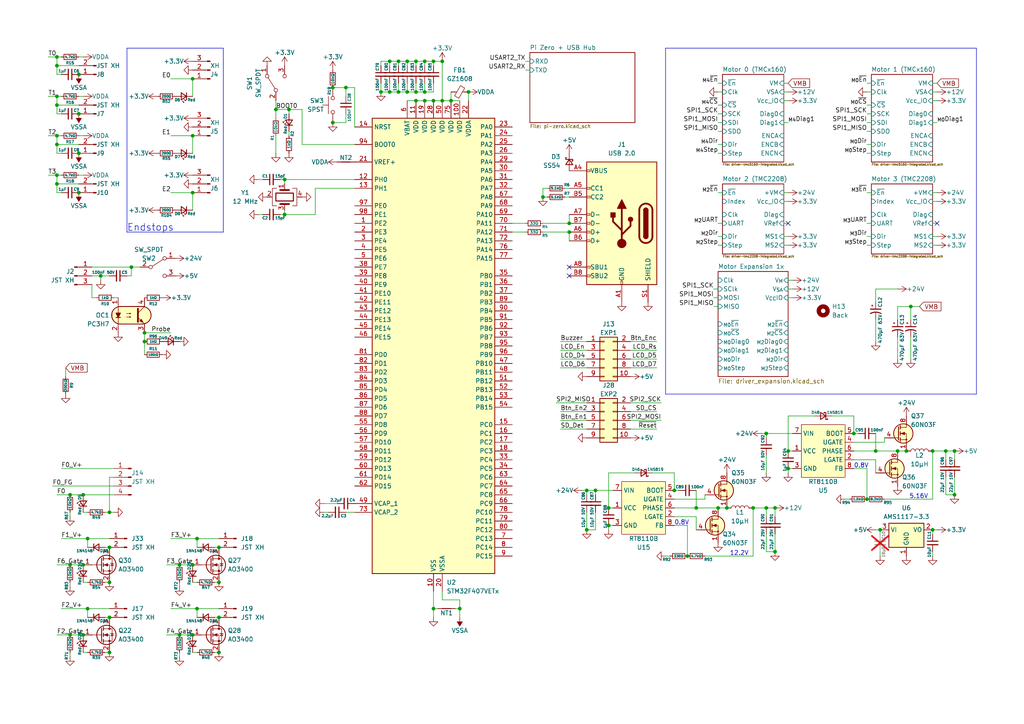
<source format=kicad_sch>
(kicad_sch (version 20230121) (generator eeschema)
  (paper "A4")
  (junction (at 125.73 176.53))
  (junction (at 113.03 26.67))
  (junction (at 129.54 229.87))
  (junction (at 20.32 163.83))
  (junction (at 118.11 17.78))
  (junction (at 228.6 130.81))
  (junction (at 128.27 29.21))
  (junction (at 224.79 147.32))
  (junction (at 31.75 168.91))
  (junction (at 165.1 67.31))
  (junction (at 57.15 176.53))
  (junction (at 16.51 19.05))
  (junction (at 276.86 130.81))
  (junction (at 16.51 30.48))
  (junction (at 63.5 168.91))
  (junction (at 270.51 130.81))
  (junction (at 52.07 163.83))
  (junction (at 120.65 26.67))
  (junction (at 208.28 147.32))
  (junction (at 125.73 29.21))
  (junction (at 222.25 125.73))
  (junction (at 128.27 17.78))
  (junction (at 41.91 99.06))
  (junction (at 55.88 55.88))
  (junction (at 29.21 80.01))
  (junction (at 102.87 236.22))
  (junction (at 31.75 148.59))
  (junction (at 118.11 26.67))
  (junction (at 16.51 50.8))
  (junction (at 22.86 44.45))
  (junction (at 276.86 143.51))
  (junction (at 82.55 62.23))
  (junction (at 115.57 17.78))
  (junction (at 110.49 26.67))
  (junction (at 113.03 17.78))
  (junction (at 247.65 125.73))
  (junction (at 210.82 147.32))
  (junction (at 24.13 184.15))
  (junction (at 16.51 27.94))
  (junction (at 135.89 26.67))
  (junction (at 123.19 17.78))
  (junction (at 20.32 184.15))
  (junction (at 123.19 26.67))
  (junction (at 22.86 21.59))
  (junction (at 201.93 147.32))
  (junction (at 55.88 39.37))
  (junction (at 199.39 161.29))
  (junction (at 22.86 55.88))
  (junction (at 16.51 41.91))
  (junction (at 100.33 25.4))
  (junction (at 224.79 160.02))
  (junction (at 170.18 153.67))
  (junction (at 251.46 144.78))
  (junction (at 262.89 130.81))
  (junction (at 31.75 158.75))
  (junction (at 55.88 184.15))
  (junction (at 57.15 156.21))
  (junction (at 125.73 17.78))
  (junction (at 222.25 147.32))
  (junction (at 120.65 17.78))
  (junction (at 130.81 29.21))
  (junction (at 195.58 142.24))
  (junction (at 38.1 77.47))
  (junction (at 63.5 158.75))
  (junction (at 274.32 130.81))
  (junction (at 255.27 153.67))
  (junction (at 96.52 25.4))
  (junction (at 55.88 22.86))
  (junction (at 52.07 184.15))
  (junction (at 24.13 163.83))
  (junction (at 31.75 179.07))
  (junction (at 16.51 16.51))
  (junction (at 96.52 35.56))
  (junction (at 270.51 153.67))
  (junction (at 151.13 234.95))
  (junction (at 82.55 52.07))
  (junction (at 22.86 33.02))
  (junction (at 254 130.81))
  (junction (at 16.51 53.34))
  (junction (at 80.01 31.75))
  (junction (at 55.88 163.83))
  (junction (at 24.13 143.51))
  (junction (at 123.19 29.21))
  (junction (at 172.72 142.24))
  (junction (at 63.5 189.23))
  (junction (at 25.4 176.53))
  (junction (at 165.1 64.77))
  (junction (at 176.53 152.4))
  (junction (at 218.44 147.32))
  (junction (at 264.16 88.9))
  (junction (at 157.48 57.15))
  (junction (at 25.4 156.21))
  (junction (at 115.57 26.67))
  (junction (at 63.5 179.07))
  (junction (at 41.91 96.52))
  (junction (at 20.32 143.51))
  (junction (at 83.82 31.75))
  (junction (at 260.35 130.81))
  (junction (at 176.53 147.32))
  (junction (at 133.35 176.53))
  (junction (at 31.75 189.23))
  (junction (at 120.65 29.21))
  (junction (at 170.18 142.24))
  (junction (at 228.6 135.89))
  (junction (at 16.51 39.37))
  (no_connect (at 271.78 64.77))
  (no_connect (at 165.1 80.01))
  (no_connect (at 165.1 77.47))
  (no_connect (at 228.6 64.77))
  (wire (pts (xy 190.5 106.68) (xy 182.88 106.68)))
  (wire (pts (xy 157.48 67.31) (xy 165.1 67.31)))
  (wire (pts (xy 218.44 147.32) (xy 218.44 161.29)))
  (wire (pts (xy 152.4 64.77) (xy 148.59 64.77)))
  (wire (pts (xy 229.87 81.28) (xy 228.6 81.28)))
  (wire (pts (xy 16.51 33.02) (xy 17.78 33.02)))
  (wire (pts (xy 157.48 64.77) (xy 165.1 64.77)))
  (wire (pts (xy 115.57 17.78) (xy 118.11 17.78)))
  (wire (pts (xy 228.6 55.88) (xy 227.33 55.88)))
  (wire (pts (xy 16.51 39.37) (xy 16.51 41.91)))
  (wire (pts (xy 157.48 54.61) (xy 157.48 57.15)))
  (wire (pts (xy 57.15 168.91) (xy 55.88 168.91)))
  (wire (pts (xy 62.23 189.23) (xy 63.5 189.23)))
  (wire (pts (xy 133.35 176.53) (xy 133.35 173.99)))
  (wire (pts (xy 276.86 133.35) (xy 276.86 130.81)))
  (wire (pts (xy 176.53 147.32) (xy 177.8 147.32)))
  (wire (pts (xy 254 99.06) (xy 254 92.71)))
  (wire (pts (xy 26.67 82.55) (xy 26.67 86.36)))
  (wire (pts (xy 57.15 156.21) (xy 63.5 156.21)))
  (wire (pts (xy 52.07 163.83) (xy 55.88 163.83)))
  (wire (pts (xy 31.75 148.59) (xy 30.48 148.59)))
  (wire (pts (xy 170.18 142.24) (xy 170.18 143.51)))
  (wire (pts (xy 62.23 168.91) (xy 63.5 168.91)))
  (wire (pts (xy 195.58 144.78) (xy 204.47 144.78)))
  (wire (pts (xy 82.55 52.07) (xy 82.55 53.34)))
  (wire (pts (xy 100.33 148.59) (xy 102.87 148.59)))
  (wire (pts (xy 208.28 30.48) (xy 209.55 30.48)))
  (wire (pts (xy 110.49 26.67) (xy 113.03 26.67)))
  (wire (pts (xy 274.32 133.35) (xy 274.32 130.81)))
  (wire (pts (xy 52.07 170.18) (xy 52.07 168.91)))
  (wire (pts (xy 24.13 39.37) (xy 22.86 39.37)))
  (wire (pts (xy 81.28 52.07) (xy 82.55 52.07)))
  (wire (pts (xy 176.53 147.32) (xy 176.53 137.16)))
  (wire (pts (xy 81.28 62.23) (xy 82.55 62.23)))
  (wire (pts (xy 87.63 41.91) (xy 102.87 41.91)))
  (wire (pts (xy 33.02 148.59) (xy 31.75 148.59)))
  (wire (pts (xy 251.46 64.77) (xy 252.73 64.77)))
  (wire (pts (xy 151.13 234.95) (xy 151.13 236.22)))
  (wire (pts (xy 16.51 19.05) (xy 22.86 19.05)))
  (wire (pts (xy 254 83.82) (xy 260.35 83.82)))
  (wire (pts (xy 195.58 152.4) (xy 199.39 152.4)))
  (wire (pts (xy 80.01 44.45) (xy 80.01 39.37)))
  (wire (pts (xy 16.51 27.94) (xy 16.51 30.48)))
  (wire (pts (xy 17.78 156.21) (xy 25.4 156.21)))
  (wire (pts (xy 224.79 149.86) (xy 224.79 147.32)))
  (wire (pts (xy 128.27 29.21) (xy 130.81 29.21)))
  (wire (pts (xy 120.65 17.78) (xy 123.19 17.78)))
  (wire (pts (xy 152.4 20.32) (xy 153.67 20.32)))
  (wire (pts (xy 100.33 25.4) (xy 102.87 25.4)))
  (polyline (pts (xy 64.77 13.97) (xy 64.77 67.31)))
  (wire (pts (xy 256.54 128.27) (xy 256.54 127)))
  (wire (pts (xy 201.93 147.32) (xy 208.28 147.32)))
  (wire (pts (xy 13.97 39.37) (xy 16.51 39.37)))
  (wire (pts (xy 16.51 55.88) (xy 17.78 55.88)))
  (wire (pts (xy 270.51 68.58) (xy 271.78 68.58)))
  (wire (pts (xy 118.11 26.67) (xy 118.11 24.13)))
  (wire (pts (xy 260.35 104.14) (xy 260.35 97.79)))
  (wire (pts (xy 227.33 35.56) (xy 228.6 35.56)))
  (wire (pts (xy 162.56 121.92) (xy 170.18 121.92)))
  (wire (pts (xy 83.82 33.02) (xy 83.82 31.75)))
  (wire (pts (xy 264.16 104.14) (xy 264.16 97.79)))
  (wire (pts (xy 260.35 130.81) (xy 262.89 130.81)))
  (wire (pts (xy 25.4 176.53) (xy 25.4 179.07)))
  (wire (pts (xy 227.33 71.12) (xy 228.6 71.12)))
  (wire (pts (xy 123.19 26.67) (xy 125.73 26.67)))
  (wire (pts (xy 24.13 143.51) (xy 33.02 143.51)))
  (wire (pts (xy 118.11 26.67) (xy 120.65 26.67)))
  (wire (pts (xy 80.01 31.75) (xy 80.01 34.29)))
  (wire (pts (xy 207.01 88.9) (xy 208.28 88.9)))
  (wire (pts (xy 195.58 137.16) (xy 195.58 142.24)))
  (wire (pts (xy 40.64 77.47) (xy 38.1 77.47)))
  (wire (pts (xy 270.51 29.21) (xy 271.78 29.21)))
  (wire (pts (xy 130.81 26.67) (xy 130.81 29.21)))
  (wire (pts (xy 251.46 30.48) (xy 252.73 30.48)))
  (wire (pts (xy 13.97 50.8) (xy 16.51 50.8)))
  (wire (pts (xy 16.51 21.59) (xy 16.51 19.05)))
  (wire (pts (xy 29.21 81.28) (xy 29.21 80.01)))
  (wire (pts (xy 55.88 55.88) (xy 55.88 60.96)))
  (wire (pts (xy 20.32 143.51) (xy 24.13 143.51)))
  (wire (pts (xy 222.25 154.94) (xy 222.25 160.02)))
  (polyline (pts (xy 36.83 13.97) (xy 64.77 13.97)))
  (wire (pts (xy 74.93 52.07) (xy 76.2 52.07)))
  (wire (pts (xy 120.65 26.67) (xy 120.65 24.13)))
  (wire (pts (xy 113.03 17.78) (xy 115.57 17.78)))
  (wire (pts (xy 25.4 189.23) (xy 24.13 189.23)))
  (wire (pts (xy 165.1 247.65) (xy 165.1 238.76)))
  (wire (pts (xy 255.27 153.67) (xy 255.27 154.94)))
  (wire (pts (xy 49.53 39.37) (xy 55.88 39.37)))
  (wire (pts (xy 247.65 135.89) (xy 251.46 135.89)))
  (wire (pts (xy 189.23 137.16) (xy 195.58 137.16)))
  (wire (pts (xy 274.32 143.51) (xy 276.86 143.51)))
  (wire (pts (xy 36.83 80.01) (xy 38.1 80.01)))
  (wire (pts (xy 16.51 53.34) (xy 22.86 53.34)))
  (wire (pts (xy 251.46 71.12) (xy 252.73 71.12)))
  (wire (pts (xy 177.8 142.24) (xy 172.72 142.24)))
  (wire (pts (xy 118.11 17.78) (xy 120.65 17.78)))
  (wire (pts (xy 208.28 26.67) (xy 209.55 26.67)))
  (wire (pts (xy 199.39 152.4) (xy 199.39 161.29)))
  (wire (pts (xy 38.1 80.01) (xy 38.1 77.47)))
  (wire (pts (xy 254 83.82) (xy 254 87.63)))
  (wire (pts (xy 41.91 96.52) (xy 49.53 96.52)))
  (wire (pts (xy 102.87 236.22) (xy 104.14 236.22)))
  (wire (pts (xy 172.72 142.24) (xy 172.72 143.51)))
  (wire (pts (xy 251.46 38.1) (xy 252.73 38.1)))
  (polyline (pts (xy 193.04 114.3) (xy 193.04 13.97)))
  (wire (pts (xy 80.01 31.75) (xy 83.82 31.75)))
  (wire (pts (xy 270.51 160.02) (xy 270.51 161.29)))
  (wire (pts (xy 24.13 16.51) (xy 22.86 16.51)))
  (wire (pts (xy 16.51 163.83) (xy 20.32 163.83)))
  (wire (pts (xy 182.88 124.46) (xy 190.5 124.46)))
  (wire (pts (xy 110.49 229.87) (xy 129.54 229.87)))
  (wire (pts (xy 13.97 16.51) (xy 16.51 16.51)))
  (wire (pts (xy 82.55 52.07) (xy 102.87 52.07)))
  (wire (pts (xy 115.57 26.67) (xy 115.57 24.13)))
  (wire (pts (xy 251.46 55.88) (xy 252.73 55.88)))
  (wire (pts (xy 254 153.67) (xy 255.27 153.67)))
  (wire (pts (xy 176.53 153.67) (xy 176.53 152.4)))
  (wire (pts (xy 16.51 44.45) (xy 17.78 44.45)))
  (wire (pts (xy 207.01 83.82) (xy 208.28 83.82)))
  (wire (pts (xy 193.04 161.29) (xy 194.31 161.29)))
  (wire (pts (xy 17.78 135.89) (xy 33.02 135.89)))
  (wire (pts (xy 123.19 17.78) (xy 123.19 19.05)))
  (wire (pts (xy 256.54 144.78) (xy 270.51 144.78)))
  (wire (pts (xy 49.53 176.53) (xy 57.15 176.53)))
  (wire (pts (xy 204.47 161.29) (xy 218.44 161.29)))
  (wire (pts (xy 20.32 163.83) (xy 24.13 163.83)))
  (wire (pts (xy 31.75 138.43) (xy 33.02 138.43)))
  (wire (pts (xy 24.13 27.94) (xy 22.86 27.94)))
  (wire (pts (xy 26.67 77.47) (xy 38.1 77.47)))
  (wire (pts (xy 93.98 146.05) (xy 97.79 146.05)))
  (wire (pts (xy 57.15 189.23) (xy 55.88 189.23)))
  (wire (pts (xy 16.51 41.91) (xy 22.86 41.91)))
  (wire (pts (xy 165.1 62.23) (xy 165.1 64.77)))
  (wire (pts (xy 229.87 83.82) (xy 228.6 83.82)))
  (wire (pts (xy 25.4 176.53) (xy 31.75 176.53)))
  (wire (pts (xy 227.33 68.58) (xy 228.6 68.58)))
  (wire (pts (xy 49.53 156.21) (xy 57.15 156.21)))
  (wire (pts (xy 16.51 16.51) (xy 16.51 19.05)))
  (wire (pts (xy 83.82 31.75) (xy 87.63 31.75)))
  (wire (pts (xy 16.51 184.15) (xy 20.32 184.15)))
  (wire (pts (xy 247.65 130.81) (xy 254 130.81)))
  (wire (pts (xy 255.27 160.02) (xy 255.27 161.29)))
  (wire (pts (xy 113.03 17.78) (xy 113.03 19.05)))
  (wire (pts (xy 190.5 104.14) (xy 182.88 104.14)))
  (wire (pts (xy 162.56 119.38) (xy 170.18 119.38)))
  (wire (pts (xy 30.48 168.91) (xy 31.75 168.91)))
  (wire (pts (xy 25.4 148.59) (xy 24.13 148.59)))
  (wire (pts (xy 125.73 171.45) (xy 125.73 176.53)))
  (wire (pts (xy 165.1 57.15) (xy 163.83 57.15)))
  (wire (pts (xy 148.59 234.95) (xy 151.13 234.95)))
  (wire (pts (xy 125.73 17.78) (xy 125.73 19.05)))
  (wire (pts (xy 125.73 29.21) (xy 123.19 29.21)))
  (wire (pts (xy 16.51 21.59) (xy 17.78 21.59)))
  (wire (pts (xy 125.73 26.67) (xy 125.73 24.13)))
  (wire (pts (xy 162.56 99.06) (xy 170.18 99.06)))
  (wire (pts (xy 172.72 142.24) (xy 170.18 142.24)))
  (wire (pts (xy 30.48 158.75) (xy 31.75 158.75)))
  (wire (pts (xy 251.46 44.45) (xy 252.73 44.45)))
  (wire (pts (xy 16.51 33.02) (xy 16.51 30.48)))
  (wire (pts (xy 100.33 35.56) (xy 100.33 33.02)))
  (wire (pts (xy 19.05 106.68) (xy 19.05 109.22)))
  (wire (pts (xy 195.58 147.32) (xy 201.93 147.32)))
  (wire (pts (xy 168.91 142.24) (xy 170.18 142.24)))
  (wire (pts (xy 57.15 156.21) (xy 57.15 158.75)))
  (wire (pts (xy 133.35 176.53) (xy 132.08 176.53)))
  (wire (pts (xy 251.46 41.91) (xy 252.73 41.91)))
  (wire (pts (xy 31.75 80.01) (xy 29.21 80.01)))
  (wire (pts (xy 30.48 189.23) (xy 31.75 189.23)))
  (wire (pts (xy 125.73 179.07) (xy 125.73 176.53)))
  (wire (pts (xy 25.4 156.21) (xy 31.75 156.21)))
  (wire (pts (xy 20.32 170.18) (xy 20.32 168.91)))
  (wire (pts (xy 172.72 153.67) (xy 170.18 153.67)))
  (wire (pts (xy 190.5 101.6) (xy 182.88 101.6)))
  (wire (pts (xy 165.1 54.61) (xy 163.83 54.61)))
  (wire (pts (xy 128.27 29.21) (xy 125.73 29.21)))
  (wire (pts (xy 80.01 29.21) (xy 80.01 31.75)))
  (polyline (pts (xy 283.21 13.97) (xy 283.21 114.3)))
  (wire (pts (xy 270.51 26.67) (xy 271.78 26.67)))
  (wire (pts (xy 20.32 190.5) (xy 20.32 189.23)))
  (wire (pts (xy 52.07 184.15) (xy 55.88 184.15)))
  (wire (pts (xy 224.79 147.32) (xy 222.25 147.32)))
  (wire (pts (xy 208.28 24.13) (xy 209.55 24.13)))
  (wire (pts (xy 196.85 142.24) (xy 195.58 142.24)))
  (wire (pts (xy 20.32 149.86) (xy 20.32 148.59)))
  (wire (pts (xy 222.25 137.16) (xy 222.25 132.08)))
  (wire (pts (xy 195.58 149.86) (xy 201.93 149.86)))
  (wire (pts (xy 16.51 50.8) (xy 16.51 53.34)))
  (wire (pts (xy 102.87 54.61) (xy 91.44 54.61)))
  (wire (pts (xy 25.4 168.91) (xy 24.13 168.91)))
  (wire (pts (xy 115.57 17.78) (xy 115.57 19.05)))
  (wire (pts (xy 251.46 68.58) (xy 252.73 68.58)))
  (wire (pts (xy 92.71 236.22) (xy 102.87 236.22)))
  (wire (pts (xy 251.46 135.89) (xy 251.46 144.78)))
  (wire (pts (xy 17.78 27.94) (xy 16.51 27.94)))
  (wire (pts (xy 229.87 86.36) (xy 228.6 86.36)))
  (wire (pts (xy 251.46 35.56) (xy 252.73 35.56)))
  (wire (pts (xy 270.51 153.67) (xy 270.51 154.94)))
  (wire (pts (xy 135.89 26.67) (xy 135.89 29.21)))
  (wire (pts (xy 31.75 138.43) (xy 31.75 148.59)))
  (wire (pts (xy 93.98 148.59) (xy 95.25 148.59)))
  (wire (pts (xy 208.28 33.02) (xy 209.55 33.02)))
  (wire (pts (xy 20.32 184.15) (xy 24.13 184.15)))
  (wire (pts (xy 16.51 55.88) (xy 16.51 53.34)))
  (wire (pts (xy 227.33 24.13) (xy 228.6 24.13)))
  (wire (pts (xy 102.87 248.92) (xy 102.87 247.65)))
  (wire (pts (xy 264.16 88.9) (xy 266.7 88.9)))
  (wire (pts (xy 274.32 138.43) (xy 274.32 143.51)))
  (wire (pts (xy 227.33 26.67) (xy 228.6 26.67)))
  (wire (pts (xy 161.29 116.84) (xy 170.18 116.84)))
  (wire (pts (xy 208.28 64.77) (xy 209.55 64.77)))
  (wire (pts (xy 83.82 39.37) (xy 83.82 38.1)))
  (wire (pts (xy 82.55 60.96) (xy 82.55 62.23)))
  (wire (pts (xy 24.13 50.8) (xy 22.86 50.8)))
  (wire (pts (xy 49.53 55.88) (xy 55.88 55.88)))
  (wire (pts (xy 34.29 86.36) (xy 33.02 86.36)))
  (wire (pts (xy 208.28 44.45) (xy 209.55 44.45)))
  (wire (pts (xy 270.51 24.13) (xy 271.78 24.13)))
  (wire (pts (xy 96.52 35.56) (xy 100.33 35.56)))
  (polyline (pts (xy 193.04 13.97) (xy 283.21 13.97)))
  (wire (pts (xy 120.65 17.78) (xy 120.65 19.05)))
  (wire (pts (xy 182.88 119.38) (xy 190.5 119.38)))
  (wire (pts (xy 247.65 128.27) (xy 256.54 128.27)))
  (wire (pts (xy 245.11 144.78) (xy 246.38 144.78)))
  (wire (pts (xy 172.72 148.59) (xy 172.72 153.67)))
  (wire (pts (xy 207.01 86.36) (xy 208.28 86.36)))
  (wire (pts (xy 222.25 125.73) (xy 229.87 125.73)))
  (wire (pts (xy 208.28 71.12) (xy 209.55 71.12)))
  (wire (pts (xy 133.35 179.07) (xy 133.35 176.53)))
  (wire (pts (xy 271.78 55.88) (xy 270.51 55.88)))
  (wire (pts (xy 118.11 17.78) (xy 118.11 19.05)))
  (wire (pts (xy 91.44 54.61) (xy 91.44 62.23)))
  (wire (pts (xy 254 130.81) (xy 260.35 130.81)))
  (wire (pts (xy 162.56 124.46) (xy 170.18 124.46)))
  (wire (pts (xy 41.91 96.52) (xy 41.91 99.06)))
  (wire (pts (xy 228.6 135.89) (xy 229.87 135.89)))
  (wire (pts (xy 17.78 50.8) (xy 16.51 50.8)))
  (wire (pts (xy 113.03 26.67) (xy 115.57 26.67)))
  (wire (pts (xy 52.07 190.5) (xy 52.07 189.23)))
  (wire (pts (xy 201.93 149.86) (xy 201.93 153.67)))
  (wire (pts (xy 208.28 35.56) (xy 209.55 35.56)))
  (wire (pts (xy 270.51 153.67) (xy 271.78 153.67)))
  (polyline (pts (xy 283.21 114.3) (xy 193.04 114.3)))
  (wire (pts (xy 15.24 140.97) (xy 33.02 140.97)))
  (wire (pts (xy 102.87 25.4) (xy 102.87 36.83)))
  (wire (pts (xy 151.13 247.65) (xy 151.13 246.38)))
  (wire (pts (xy 264.16 88.9) (xy 264.16 92.71)))
  (wire (pts (xy 55.88 39.37) (xy 55.88 44.45)))
  (wire (pts (xy 16.51 143.51) (xy 20.32 143.51)))
  (wire (pts (xy 17.78 16.51) (xy 16.51 16.51)))
  (wire (pts (xy 228.6 120.65) (xy 236.22 120.65)))
  (wire (pts (xy 270.51 130.81) (xy 270.51 144.78)))
  (wire (pts (xy 57.15 176.53) (xy 63.5 176.53)))
  (wire (pts (xy 241.3 120.65) (xy 247.65 120.65)))
  (wire (pts (xy 130.81 29.21) (xy 133.35 29.21)))
  (wire (pts (xy 251.46 33.02) (xy 252.73 33.02)))
  (wire (pts (xy 227.33 64.77) (xy 228.6 64.77)))
  (wire (pts (xy 254 133.35) (xy 254 137.16)))
  (wire (pts (xy 218.44 147.32) (xy 222.25 147.32)))
  (wire (pts (xy 208.28 55.88) (xy 209.55 55.88)))
  (wire (pts (xy 270.51 64.77) (xy 271.78 64.77)))
  (wire (pts (xy 100.33 25.4) (xy 100.33 27.94)))
  (wire (pts (xy 41.91 99.06) (xy 41.91 102.87)))
  (wire (pts (xy 220.98 125.73) (xy 222.25 125.73)))
  (wire (pts (xy 260.35 88.9) (xy 264.16 88.9)))
  (wire (pts (xy 48.26 163.83) (xy 52.07 163.83)))
  (wire (pts (xy 128.27 173.99) (xy 128.27 171.45)))
  (wire (pts (xy 128.27 173.99) (xy 133.35 173.99)))
  (wire (pts (xy 201.93 142.24) (xy 201.93 147.32)))
  (wire (pts (xy 125.73 17.78) (xy 128.27 17.78)))
  (wire (pts (xy 162.56 104.14) (xy 170.18 104.14)))
  (wire (pts (xy 123.19 17.78) (xy 125.73 17.78)))
  (wire (pts (xy 87.63 31.75) (xy 87.63 41.91)))
  (wire (pts (xy 208.28 68.58) (xy 209.55 68.58)))
  (wire (pts (xy 176.53 152.4) (xy 177.8 152.4)))
  (wire (pts (xy 26.67 86.36) (xy 27.94 86.36)))
  (wire (pts (xy 270.51 130.81) (xy 274.32 130.81)))
  (wire (pts (xy 222.25 160.02) (xy 224.79 160.02)))
  (wire (pts (xy 123.19 236.22) (xy 115.57 236.22)))
  (wire (pts (xy 113.03 26.67) (xy 113.03 24.13)))
  (wire (pts (xy 227.33 58.42) (xy 228.6 58.42)))
  (wire (pts (xy 176.53 137.16) (xy 184.15 137.16)))
  (wire (pts (xy 74.93 62.23) (xy 76.2 62.23)))
  (wire (pts (xy 17.78 39.37) (xy 16.51 39.37)))
  (wire (pts (xy 270.51 71.12) (xy 271.78 71.12)))
  (wire (pts (xy 115.57 26.67) (xy 118.11 26.67)))
  (wire (pts (xy 55.88 22.86) (xy 55.88 27.94)))
  (wire (pts (xy 151.13 234.95) (xy 158.75 234.95)))
  (wire (pts (xy 48.26 184.15) (xy 52.07 184.15)))
  (wire (pts (xy 165.1 67.31) (xy 165.1 69.85)))
  (wire (pts (xy 182.88 121.92) (xy 191.77 121.92)))
  (wire (pts (xy 13.97 27.94) (xy 16.51 27.94)))
  (wire (pts (xy 30.48 179.07) (xy 31.75 179.07)))
  (wire (pts (xy 170.18 153.67) (xy 170.18 148.59)))
  (wire (pts (xy 222.25 125.73) (xy 222.25 127)))
  (wire (pts (xy 190.5 99.06) (xy 182.88 99.06)))
  (wire (pts (xy 128.27 17.78) (xy 128.27 29.21)))
  (wire (pts (xy 157.48 54.61) (xy 158.75 54.61)))
  (wire (pts (xy 96.52 25.4) (xy 100.33 25.4)))
  (polyline (pts (xy 64.77 67.31) (xy 36.83 67.31)))
  (wire (pts (xy 208.28 147.32) (xy 210.82 147.32)))
  (wire (pts (xy 254 125.73) (xy 254 130.81)))
  (wire (pts (xy 247.65 120.65) (xy 247.65 125.73)))
  (wire (pts (xy 16.51 30.48) (xy 22.86 30.48)))
  (wire (pts (xy 118.11 29.21) (xy 120.65 29.21)))
  (wire (pts (xy 251.46 26.67) (xy 252.73 26.67)))
  (polyline (pts (xy 36.83 13.97) (xy 36.83 67.31)))
  (wire (pts (xy 152.4 17.78) (xy 153.67 17.78)))
  (wire (pts (xy 120.65 29.21) (xy 123.19 29.21)))
  (wire (pts (xy 123.19 26.67) (xy 123.19 24.13)))
  (wire (pts (xy 208.28 41.91) (xy 209.55 41.91)))
  (wire (pts (xy 110.49 17.78) (xy 113.03 17.78)))
  (wire (pts (xy 49.53 22.86) (xy 55.88 22.86)))
  (wire (pts (xy 247.65 133.35) (xy 254 133.35)))
  (wire (pts (xy 227.33 29.21) (xy 228.6 29.21)))
  (wire (pts (xy 208.28 38.1) (xy 209.55 38.1)))
  (wire (pts (xy 62.23 179.07) (xy 63.5 179.07)))
  (wire (pts (xy 222.25 149.86) (xy 222.25 147.32)))
  (wire (pts (xy 127 176.53) (xy 125.73 176.53)))
  (wire (pts (xy 110.49 17.78) (xy 110.49 19.05)))
  (wire (pts (xy 17.78 176.53) (xy 25.4 176.53)))
  (wire (pts (xy 25.4 156.21) (xy 25.4 158.75)))
  (wire (pts (xy 120.65 26.67) (xy 123.19 26.67)))
  (wire (pts (xy 270.51 35.56) (xy 271.78 35.56)))
  (wire (pts (xy 162.56 106.68) (xy 170.18 106.68)))
  (wire (pts (xy 110.49 26.67) (xy 110.49 24.13)))
  (wire (pts (xy 204.47 144.78) (xy 204.47 143.51)))
  (wire (pts (xy 62.23 158.75) (xy 63.5 158.75)))
  (wire (pts (xy 16.51 44.45) (xy 16.51 41.91)))
  (wire (pts (xy 228.6 137.16) (xy 228.6 135.89)))
  (wire (pts (xy 182.88 116.84) (xy 191.77 116.84)))
  (wire (pts (xy 157.48 57.15) (xy 158.75 57.15)))
  (wire (pts (xy 57.15 176.53) (xy 57.15 179.07)))
  (wire (pts (xy 152.4 67.31) (xy 148.59 67.31)))
  (wire (pts (xy 224.79 160.02) (xy 224.79 154.94)))
  (wire (pts (xy 248.92 125.73) (xy 247.65 125.73)))
  (wire (pts (xy 276.86 143.51) (xy 276.86 138.43)))
  (wire (pts (xy 260.35 88.9) (xy 260.35 92.71)))
  (wire (pts (xy 276.86 130.81) (xy 274.32 130.81)))
  (wire (pts (xy 162.56 101.6) (xy 170.18 101.6)))
  (wire (pts (xy 228.6 130.81) (xy 228.6 120.65)))
  (wire (pts (xy 102.87 236.22) (xy 102.87 237.49)))
  (wire (pts (xy 228.6 130.81) (xy 229.87 130.81)))
  (wire (pts (xy 251.46 24.13) (xy 252.73 24.13)))
  (wire (pts (xy 270.51 58.42) (xy 271.78 58.42)))
  (wire (pts (xy 82.55 62.23) (xy 91.44 62.23)))
  (wire (pts (xy 26.67 80.01) (xy 29.21 80.01)))
  (text "Endstops" (at 36.83 67.31 0) (effects (font (size 2 2)) (justify left bottom)))
  (text "5.16V" (at 269.24 144.78 0) (effects (font (size 1.27 1.27)) (justify right bottom)))
  (text "0.8V" (at 247.65 135.89 0) (effects (font (size 1.27 1.27)) (justify left bottom)))
  (text "0.8V" (at 195.58 152.4 0) (effects (font (size 1.27 1.27)) (justify left bottom)))
  (text "12.2V" (at 217.17 161.29 0) (effects (font (size 1.27 1.27)) (justify right bottom)))
  (label "_{M3}Dir" (at 251.46 68.58 180))
  (label "USART2_TX" (at 152.4 17.78 180))
  (label "_{M3}~{En}" (at 251.46 55.88 180))
  (label "_{M4}~{CS}" (at 208.28 30.48 180))
  (label "E1" (at 49.53 39.37 180))
  (label "_{M0}~{En}" (at 251.46 24.13 180))
  (label "SPI2_MOSI" (at 191.77 121.92 180))
  (label "_{M0}Step" (at 251.46 44.45 180))
  (label "SPI1_SCK" (at 207.01 83.82 180))
  (label "_{M4}~{En}" (at 208.28 24.13 180))
  (label "T0" (at 13.97 16.51 0))
  (label "_{M2}~{En}" (at 208.28 55.88 180))
  (label "T3" (at 13.97 50.8 0))
  (label "_{M4}Diag1" (at 228.6 35.56 0))
  (label "SPI1_MOSI" (at 251.46 35.56 180))
  (label "SD_CS" (at 190.5 119.38 180))
  (label "F3_Gate" (at 48.26 163.83 0))
  (label "SD_Det" (at 162.56 124.46 0))
  (label "LCD_D7" (at 190.5 106.68 180))
  (label "_{M0}Dir" (at 251.46 41.91 180))
  (label "_{M4}Step" (at 208.28 44.45 180))
  (label "F1_V+" (at 17.78 156.21 0))
  (label "_{M3}Step" (at 251.46 71.12 180))
  (label "LCD_D5" (at 190.5 104.14 180))
  (label "E2" (at 49.53 55.88 180))
  (label "T2" (at 13.97 39.37 0))
  (label "F2_Gate" (at 16.51 184.15 0))
  (label "_{M0}~{CS}" (at 251.46 30.48 180))
  (label "_{M3}UART" (at 251.46 64.77 180))
  (label "SPI1_SCK" (at 208.28 33.02 180))
  (label "F0_FG" (at 15.24 140.97 0))
  (label "T1" (at 13.97 27.94 0))
  (label "_{M0}Diag1" (at 271.78 35.56 0))
  (label "F2_V+" (at 17.78 176.53 0))
  (label "_{M2}UART" (at 208.28 64.77 180))
  (label "SPI1_MOSI" (at 207.01 86.36 180))
  (label "F4_Gate" (at 48.26 184.15 0))
  (label "HB_Gate" (at 115.57 236.22 0))
  (label "Btn_Enc" (at 190.5 99.06 180))
  (label "BOOT0" (at 80.01 31.75 0))
  (label "Probe" (at 49.53 96.52 180))
  (label "LCD_D4" (at 162.56 104.14 0))
  (label "~{Reset}" (at 190.5 124.46 180))
  (label "Btn_En2" (at 162.56 119.38 0))
  (label "SPI1_SCK" (at 251.46 33.02 180))
  (label "_{M4}Dir" (at 208.28 41.91 180))
  (label "LCD_D6" (at 162.56 106.68 0))
  (label "H0_Gate" (at 148.59 234.95 0))
  (label "F0" (at 16.51 143.51 0))
  (label "E0" (at 49.53 22.86 180))
  (label "SPI1_MISO" (at 207.01 88.9 180))
  (label "Btn_En1" (at 162.56 121.92 0))
  (label "SPI1_MISO" (at 208.28 38.1 180))
  (label "Buzzer" (at 162.56 99.06 0))
  (label "LCD_Rs" (at 190.5 101.6 180))
  (label "SPI2_SCK" (at 191.77 116.84 180))
  (label "F6_Gate" (at 16.51 163.83 0))
  (label "F0_V+" (at 17.78 135.89 0))
  (label "HB_Gate" (at 92.71 236.22 0))
  (label "_{M2}Step" (at 208.28 71.12 180))
  (label "F4_V+" (at 49.53 176.53 0))
  (label "_{M2}Dir" (at 208.28 68.58 180))
  (label "LCD_En" (at 162.56 101.6 0))
  (label "USART2_RX" (at 152.4 20.32 180))
  (label "SPI1_MISO" (at 251.46 38.1 180))
  (label "SPI1_MOSI" (at 208.28 35.56 180))
  (label "SPI2_MISO" (at 161.29 116.84 0))
  (label "F3_V+" (at 49.53 156.21 0))
  (global_label "VMB" (shape input) (at 19.05 106.68 0) (property "Intersheetrefs" "${INTERSHEET_REFS}" (effects hide)))
  (global_label "VMB" (shape input) (at 271.78 24.13 0) (property "Intersheetrefs" "${INTERSHEET_REFS}" (effects hide)))
  (global_label "VMB" (shape input) (at 266.7 88.9 0) (property "Intersheetrefs" "${INTERSHEET_REFS}" (effects hide)))
  (global_label "VMB" (shape input) (at 228.6 24.13 0) (property "Intersheetrefs" "${INTERSHEET_REFS}" (effects hide)))
  (symbol (lib_id "power:GND") (at 20.32 190.5 0) (mirror y) (unit 1)
    (property "Reference" "#PWR032" (effects hide))
    (property "Value" "GND" (effects hide))
  )
  (symbol (lib_id "power:GND") (at 87.63 57.15 90) (mirror x) (unit 1)
    (property "Reference" "#PWR08" (effects hide))
    (property "Value" "GND" (effects hide))
  )
  (symbol (lib_id "power:GND") (at 83.82 44.45 0) (unit 1)
    (property "Reference" "#PWR07" (effects hide))
    (property "Value" "GND" (effects hide))
  )
  (symbol (lib_id "Device:C_Small") (at 113.03 21.59 0) (unit 1)
    (property "Reference" "C80" (at 112.03 20.59 90) (effects (font (size 0.8 0.8)) (justify left)))
    (property "Value" "100nF" (at 112.03 22.59 90) (effects (font (size 0.8 0.8)) (justify right)))
    (property "Footprint" "AlphaLib:0402C" (effects hide))
  )
  (symbol (lib_id "Device:LED_Small") (at 24.13 166.37 90) (unit 1)
    (property "Reference" "D34" (at 23.13 165.37 0) (effects (font (size 0.8 0.8)) (justify left)))
    (property "Value" "Red" (at 23.13 167.37 0) (effects (font (size 0.8 0.8)) (justify right)))
    (property "Footprint" "AlphaLib:0402LED" (effects hide))
  )
  (symbol (lib_id "Connector_Generic:Conn_02x05_Odd_Even") (at 175.26 104.14 0) (unit 1)
    (property "Reference" "J13" (at 176.53 93.98 0))
    (property "Value" "EXP1" (at 176.53 96.52 0))
    (property "Footprint" "Connector_IDC:IDC-Header_2x05_P2.54mm_Vertical" (effects hide))
  )
  (symbol (lib_id "power:+24V") (at 168.91 142.24 90) (unit 1)
    (property "Reference" "#PWR0192" (effects hide))
    (property "Value" "+24V" (at 166.37 142.24 90) (effects (justify left)))
  )
  (symbol (lib_id "Connector:Conn_01x02_Pin") (at 27.94 44.45 180) (unit 1)
    (property "Reference" "J9" (at 27.94 44.45 0) (effects (justify right)))
    (property "Value" "JST XH" (at 27.94 41.91 0) (effects (justify right)))
    (property "Footprint" "corevus:JST_XH_1x02" (effects hide))
  )
  (symbol (lib_id "power:GND") (at 193.04 161.29 270) (mirror x) (unit 1)
    (property "Reference" "#PWR0243" (effects hide))
    (property "Value" "GND" (effects hide))
  )
  (symbol (lib_id "Device:D_Schottky_Small") (at 186.69 137.16 180) (unit 1)
    (property "Reference" "D46" (at 185.69 136.16 0) (effects (font (size 0.8 0.8)) (justify left)))
    (property "Value" "1N5819" (at 187.69 136.16 0) (effects (font (size 0.8 0.8)) (justify right)))
    (property "Footprint" "corevus:D_SOD-323" (effects hide))
    (property "Sim.Device" "D" (effects hide))
    (property "Sim.Pins" "1=K 2=A" (effects hide))
  )
  (symbol (lib_id "power:GND") (at 276.86 143.51 0) (mirror y) (unit 1)
    (property "Reference" "#PWR0256" (effects hide))
    (property "Value" "GND" (effects hide))
  )
  (symbol (lib_id "Device:C_Small") (at 110.49 21.59 0) (unit 1)
    (property "Reference" "C79" (at 109.49 20.59 90) (effects (font (size 0.8 0.8)) (justify left)))
    (property "Value" "100nF" (at 109.49 22.59 90) (effects (font (size 0.8 0.8)) (justify right)))
    (property "Footprint" "AlphaLib:0402C" (effects hide))
  )
  (symbol (lib_id "Device:C_Polarized_Small_US") (at 254 90.17 0) (unit 1)
    (property "Reference" "C12" (at 255.27 89.17 90) (effects (font (size 1 1)) (justify left)))
    (property "Value" "470μF 63V" (at 255.27 91.17 90) (effects (font (size 1 1)) (justify right)))
    (property "Footprint" "corevus:CP_Radial_D12.5mm_P5.00mm" (effects hide))
    (property "Field4" "C310848" (effects hide))
  )
  (symbol (lib_id "power:GND") (at 63.5 168.91 0) (unit 1)
    (property "Reference" "#PWR0172" (effects hide))
    (property "Value" "GND" (effects hide))
  )
  (symbol (lib_id "power:+3.3V") (at 82.55 19.05 0) (mirror y) (unit 1)
    (property "Reference" "#PWR06" (effects hide))
    (property "Value" "+3.3V" (at 82.55 15.24 0))
  )
  (symbol (lib_id "Device:C_Small") (at 118.11 21.59 0) (unit 1)
    (property "Reference" "C82" (at 117.11 20.59 90) (effects (font (size 0.8 0.8)) (justify left)))
    (property "Value" "100nF" (at 117.11 22.59 90) (effects (font (size 0.8 0.8)) (justify right)))
    (property "Footprint" "AlphaLib:0402C" (effects hide))
  )
  (symbol (lib_id "Device:LED_Small") (at 55.88 166.37 90) (unit 1)
    (property "Reference" "D29" (at 54.88 165.37 0) (effects (font (size 0.8 0.8)) (justify left)))
    (property "Value" "Red" (at 54.88 167.37 0) (effects (font (size 0.8 0.8)) (justify right)))
    (property "Footprint" "AlphaLib:0402LED" (effects hide))
  )
  (symbol (lib_id "power:GND") (at 157.48 57.15 0) (mirror y) (unit 1)
    (property "Reference" "#PWR014" (effects hide))
    (property "Value" "GND" (effects hide))
  )
  (symbol (lib_id "Device:R_Small") (at 20.32 16.51 90) (mirror x) (unit 1)
    (property "Reference" "R15" (at 20.32 17.78 90) (effects (font (size 0.8 0.8)) (justify top)))
    (property "Value" "4.7kΩ" (at 20.32 16.51 90) (effects (font (size 0.7 0.7))))
    (property "Footprint" "AlphaLib:0402R" (effects hide))
  )
  (symbol (lib_id "Device:C_Small") (at 270.51 157.48 0) (unit 1)
    (property "Reference" "C11" (at 269.51 156.48 90) (effects (font (size 0.8 0.8)) (justify left)))
    (property "Value" "10μF" (at 269.51 158.48 90) (effects (font (size 0.8 0.8)) (justify right)))
    (property "Footprint" "AlphaLib:0603C" (effects hide))
    (property "LCSC" "C19702" (effects hide))
  )
  (symbol (lib_id "Mechanical:MountingHole") (at 209.55 219.71 0) (unit 1)
    (property "Reference" "H2" (at 212.09 218.44 0) (effects (justify left)))
    (property "Value" "MountingHole" (at 212.09 220.98 0) (effects (justify left)))
    (property "Footprint" "MountingHole:MountingHole_3.2mm_M3_Pad_Via" (effects hide))
  )
  (symbol (lib_id "power:GND") (at 260.35 140.97 0) (mirror y) (unit 1)
    (property "Reference" "#PWR0253" (effects hide))
    (property "Value" "GND" (effects hide))
  )
  (symbol (lib_id "power:+3.3V") (at 45.72 27.94 90) (mirror x) (unit 1)
    (property "Reference" "#PWR045" (effects hide))
    (property "Value" "+3.3V" (at 43.18 27.94 90) (effects (justify left)))
  )
  (symbol (lib_id "power:VSSA") (at 133.35 179.07 180) (unit 1)
    (property "Reference" "#PWR0119" (effects hide))
    (property "Value" "VSSA" (at 133.35 182.88 0))
  )
  (symbol (lib_id "power:GND") (at 245.11 144.78 270) (mirror x) (unit 1)
    (property "Reference" "#PWR0252" (effects hide))
    (property "Value" "GND" (effects hide))
  )
  (symbol (lib_id "power:GND") (at 254 99.06 0) (unit 1)
    (property "Reference" "#PWR096" (effects hide))
    (property "Value" "GND" (effects hide))
  )
  (symbol (lib_id "power:+24V") (at 229.87 81.28 270) (mirror x) (unit 1)
    (property "Reference" "#PWR011" (effects hide))
    (property "Value" "+24V" (at 232.41 81.28 90) (effects (justify left)))
  )
  (symbol (lib_id "power:GND") (at 29.21 81.28 0) (unit 1)
    (property "Reference" "#PWR022" (effects hide))
    (property "Value" "GND" (effects hide))
  )
  (symbol (lib_id "power:GND") (at 228.6 137.16 0) (mirror y) (unit 1)
    (property "Reference" "#PWR0251" (effects hide))
    (property "Value" "GND" (effects hide))
  )
  (symbol (lib_id "Device:R_Small") (at 20.32 146.05 0) (mirror y) (unit 1)
    (property "Reference" "R67" (at 19.32 148.32 90) (effects (font (size 0.8 0.8)) (justify right)))
    (property "Value" "10kΩ" (at 20.32 146.05 90) (effects (font (size 0.8 0.8))))
    (property "Footprint" "AlphaLib:0402R" (effects hide))
  )
  (symbol (lib_id "power:GND") (at 224.79 160.02 0) (mirror y) (unit 1)
    (property "Reference" "#PWR0247" (effects hide))
    (property "Value" "GND" (effects hide))
  )
  (symbol (lib_id "Device:R_Small") (at 102.87 245.11 0) (unit 1)
    (property "Reference" "R13" (at 103.87 247.38 90) (effects (font (size 0.8 0.8)) (justify right)))
    (property "Value" "1kΩ" (at 102.87 245.11 90) (effects (font (size 0.8 0.8))))
    (property "Footprint" "AlphaLib:0402R" (effects hide))
  )
  (symbol (lib_id "power:GND") (at 20.32 149.86 0) (mirror y) (unit 1)
    (property "Reference" "#PWR030" (effects hide))
    (property "Value" "GND" (effects hide))
  )
  (symbol (lib_id "power:GND") (at 176.53 153.67 0) (mirror y) (unit 1)
    (property "Reference" "#PWR0242" (effects hide))
    (property "Value" "GND" (effects hide))
  )
  (symbol (lib_id "Device:C_Small") (at 170.18 146.05 0) (unit 1)
    (property "Reference" "C86" (at 169.18 145.05 90) (effects (font (size 0.8 0.8)) (justify left)))
    (property "Value" "10μF 50V" (at 169.18 147.05 90) (effects (font (size 0.8 0.8)) (justify right)))
    (property "Footprint" "Capacitor_SMD:C_1206_3216Metric" (effects hide))
  )
  (symbol (lib_id "power:+24V") (at 129.54 227.33 0) (unit 1)
    (property "Reference" "#PWR023" (effects hide))
    (property "Value" "+24V" (at 129.54 222.25 0))
  )
  (symbol (lib_id "power:GND") (at 55.88 20.32 270) (unit 1)
    (property "Reference" "#PWR047" (effects hide))
    (property "Value" "GND" (effects hide))
  )
  (symbol (lib_id "Device:LED_Small") (at 24.13 186.69 90) (unit 1)
    (property "Reference" "D28" (at 23.13 185.69 0) (effects (font (size 0.8 0.8)) (justify left)))
    (property "Value" "Red" (at 23.13 187.69 0) (effects (font (size 0.8 0.8)) (justify right)))
    (property "Footprint" "AlphaLib:0402LED" (effects hide))
  )
  (symbol (lib_id "Device:C_Small") (at 100.33 30.48 0) (mirror y) (unit 1)
    (property "Reference" "C38" (at 101.33 29.48 90) (effects (font (size 0.8 0.8)) (justify left)))
    (property "Value" "100nF" (at 101.33 31.48 90) (effects (font (size 0.8 0.8)) (justify right)))
    (property "Footprint" "AlphaLib:0402C" (effects hide))
  )
  (symbol (lib_id "Device:C_Small") (at 274.32 135.89 0) (unit 1)
    (property "Reference" "C96" (at 273.32 134.89 90) (effects (font (size 0.8 0.8)) (justify left)))
    (property "Value" "22μF 10V" (at 273.32 136.89 90) (effects (font (size 0.8 0.8)) (justify right)))
    (property "Footprint" "Capacitor_SMD:C_1206_3216Metric" (effects hide))
  )
  (symbol (lib_id "power:+3.3V") (at 55.88 17.78 90) (mirror x) (unit 1)
    (property "Reference" "#PWR046" (effects hide))
    (property "Value" "+3.3V" (at 53.34 17.78 90) (effects (justify left)))
  )
  (symbol (lib_id "Device:C_Small") (at 228.6 133.35 0) (unit 1)
    (property "Reference" "C94" (at 227.6 132.35 90) (effects (font (size 0.8 0.8)) (justify left)))
    (property "Value" "1μF" (at 227.6 134.35 90) (effects (font (size 0.8 0.8)) (justify right)))
    (property "Footprint" "AlphaLib:0402C" (effects hide))
  )
  (symbol (lib_id "power:GND") (at 31.75 168.91 0) (unit 1)
    (property "Reference" "#PWR0180" (effects hide))
    (property "Value" "GND" (effects hide))
  )
  (symbol (lib_id "Device:LED_Small") (at 24.13 146.05 90) (unit 1)
    (property "Reference" "D5" (at 23.13 145.05 0) (effects (font (size 0.8 0.8)) (justify left)))
    (property "Value" "Red" (at 23.13 147.05 0) (effects (font (size 0.8 0.8)) (justify right)))
    (property "Footprint" "AlphaLib:0402LED" (effects hide))
  )
  (symbol (lib_id "power:GND") (at 46.99 102.87 90) (mirror x) (unit 1)
    (property "Reference" "#PWR034" (effects hide))
    (property "Value" "GND" (effects hide))
  )
  (symbol (lib_id "Device:C_Small") (at 78.74 62.23 90) (unit 1)
    (property "Reference" "C2" (at 77.74 63.23 90) (effects (font (size 0.8 0.8)) (justify left)))
    (property "Value" "15pF" (at 79.74 63.23 90) (effects (font (size 0.8 0.8)) (justify right)))
    (property "Footprint" "AlphaLib:0402C" (effects hide))
  )
  (symbol (lib_id "power:GND") (at 270.51 161.29 0) (mirror y) (unit 1)
    (property "Reference" "#PWR068" (effects hide))
    (property "Value" "GND" (effects hide))
  )
  (symbol (lib_id "power:+24V") (at 220.98 125.73 90) (unit 1)
    (property "Reference" "#PWR0249" (effects hide))
    (property "Value" "+24V" (at 218.44 125.73 90) (effects (justify left)))
  )
  (symbol (lib_id "Connector:Conn_01x03_Pin") (at 60.96 36.83 180) (unit 1)
    (property "Reference" "J5" (at 60.96 38.1 0) (effects (justify right)))
    (property "Value" "XH" (at 60.96 35.56 0) (effects (justify right)))
    (property "Footprint" "corevus:JST_XH_1x03" (effects hide))
  )
  (symbol (lib_id "Device:R_Small") (at 59.69 189.23 90) (unit 1)
    (property "Reference" "R48" (at 59.69 190.73 90) (effects (font (size 0.8 0.8))))
    (property "Value" "4.7kΩ" (at 59.69 189.23 90) (effects (font (size 0.7 0.7))))
    (property "Footprint" "AlphaLib:0402R" (effects hide))
  )
  (symbol (lib_id "Device:D_Schottky_Small") (at 165.1 46.99 90) (mirror x) (unit 1)
    (property "Reference" "D3" (at 162.56 45.466 90) (effects (justify left)))
    (property "Value" "SS54" (at 162.56 48.006 90) (effects (justify left)))
    (property "Footprint" "Diode_SMD:D_SMA" (effects hide))
  )
  (symbol (lib_id "Connector:USB_C_Receptacle_USB2.0") (at 180.34 64.77 0) (mirror y) (unit 1)
    (property "Reference" "J1" (at 180.34 41.91 0))
    (property "Value" "USB 2.0" (at 180.34 44.45 0))
    (property "Footprint" "corevus:USB_Type-C_16p" (effects hide))
    (property "Datasheet" "https://www.usb.org/sites/default/files/documents/usb_type-c.zip" (effects hide))
  )
  (symbol (lib_id "power:VSSA") (at 22.86 55.88 180) (unit 1)
    (property "Reference" "#PWR062" (effects hide))
    (property "Value" "VSSA" (at 22.86 59.69 0))
  )
  (symbol (lib_id "Connector:Conn_01x02_Pin") (at 36.83 156.21 0) (mirror y) (unit 1)
    (property "Reference" "J33" (at 38.1 156.21 0) (effects (justify right)))
    (property "Value" "JST XH" (at 38.1 158.75 0) (effects (justify right)))
    (property "Footprint" "corevus:JST_XH_1x02" (effects hide))
  )
  (symbol (lib_id "power:GND") (at 187.96 87.63 0) (mirror y) (unit 1)
    (property "Reference" "#PWR016" (effects hide))
    (property "Value" "GND" (effects hide))
  )
  (symbol (lib_id "power:+24V") (at 165.1 226.06 0) (unit 1)
    (property "Reference" "#PWR018" (effects hide))
    (property "Value" "+24V" (at 165.1 220.98 0))
  )
  (symbol (lib_id "Device:C_Polarized_Small_US") (at 264.16 95.25 0) (unit 1)
    (property "Reference" "C14" (at 265.43 94.25 90) (effects (font (size 1 1)) (justify left)))
    (property "Value" "470μF 63V" (at 265.43 96.25 90) (effects (font (size 1 1)) (justify right)))
    (property "Footprint" "corevus:CP_Radial_D12.5mm_P5.00mm" (effects hide))
    (property "Field4" "C310848" (effects hide))
  )
  (symbol (lib_id "power:+3.3V") (at 228.6 68.58 270) (unit 1)
    (property "Reference" "#PWR078" (effects hide))
    (property "Value" "+3.3V" (at 231.14 68.58 90) (effects (justify left)))
  )
  (symbol (lib_id "Device:R_Small") (at 20.32 27.94 90) (mirror x) (unit 1)
    (property "Reference" "R16" (at 20.32 29.21 90) (effects (font (size 0.8 0.8)) (justify top)))
    (property "Value" "4.7kΩ" (at 20.32 27.94 90) (effects (font (size 0.7 0.7))))
    (property "Footprint" "AlphaLib:0402R" (effects hide))
  )
  (symbol (lib_id "Device:NetTie_2") (at 100.33 46.99 0) (unit 1) (in_bom no)
    (property "Reference" "NT2" (at 100.33 45.72 0))
    (property "Value" "NetTie_2" (effects hide))
    (property "Footprint" "corevus:NetTie-2_SMD_Pad0.1mm" (effects hide))
  )
  (symbol (lib_id "power:+12V") (at 229.87 83.82 270) (unit 1)
    (property "Reference" "#PWR082" (effects hide))
    (property "Value" "+12V" (at 232.41 83.82 90) (effects (justify left)))
  )
  (symbol (lib_id "Device:R_Small") (at 52.07 166.37 0) (mirror y) (unit 1)
    (property "Reference" "R72" (at 51.07 168.64 90) (effects (font (size 0.8 0.8)) (justify right)))
    (property "Value" "10kΩ" (at 52.07 166.37 90) (effects (font (size 0.8 0.8))))
    (property "Footprint" "AlphaLib:0402R" (effects hide))
  )
  (symbol (lib_id "power:GND") (at 34.29 96.52 0) (unit 1)
    (property "Reference" "#PWR027" (effects hide))
    (property "Value" "GND" (effects hide))
  )
  (symbol (lib_id "Connector:Conn_01x02_Pin") (at 27.94 21.59 180) (unit 1)
    (property "Reference" "J8" (at 27.94 21.59 0) (effects (justify right)))
    (property "Value" "JST XH" (at 27.94 19.05 0) (effects (justify right)))
    (property "Footprint" "corevus:JST_XH_1x02" (effects hide))
  )
  (symbol (lib_id "power:VDDA") (at 97.79 46.99 90) (mirror x) (unit 1)
    (property "Reference" "#PWR057" (effects hide))
    (property "Value" "VDDA" (at 95.25 46.99 90) (effects (justify left)))
  )
  (symbol (lib_id "power:VSSA") (at 22.86 44.45 180) (unit 1)
    (property "Reference" "#PWR060" (effects hide))
    (property "Value" "VSSA" (at 22.86 48.26 0))
  )
  (symbol (lib_id "Device:Q_NMOS_GSD") (at 29.21 163.83 0) (unit 1)
    (property "Reference" "Q30" (at 34.29 162.56 0) (effects (justify left)))
    (property "Value" "AO3400" (at 34.29 165.1 0) (effects (justify left)))
    (property "Footprint" "Package_TO_SOT_SMD:SOT-23" (effects hide))
  )
  (symbol (lib_id "power:GND") (at 93.98 148.59 270) (mirror x) (unit 1)
    (property "Reference" "#PWR010" (effects hide))
    (property "Value" "GND" (effects hide))
  )
  (symbol (lib_id "power:GND") (at 31.75 189.23 0) (unit 1)
    (property "Reference" "#PWR0171" (effects hide))
    (property "Value" "GND" (effects hide))
  )
  (symbol (lib_id "power:+3.3V") (at 228.6 58.42 270) (unit 1)
    (property "Reference" "#PWR077" (effects hide))
    (property "Value" "+3.3V" (at 231.14 58.42 90) (effects (justify left)))
  )
  (symbol (lib_id "Device:C_Small") (at 172.72 146.05 0) (unit 1)
    (property "Reference" "C87" (at 171.72 145.05 90) (effects (font (size 0.8 0.8)) (justify left)))
    (property "Value" "10μF 50V" (at 171.72 147.05 90) (effects (font (size 0.8 0.8)) (justify right)))
    (property "Footprint" "Capacitor_SMD:C_1206_3216Metric" (effects hide))
  )
  (symbol (lib_id "Device:C_Small") (at 20.32 33.02 270) (unit 1)
    (property "Reference" "C7" (at 21.32 32.02 90) (effects (font (size 0.8 0.8)) (justify left)))
    (property "Value" "1μF" (at 19.32 32.02 90) (effects (font (size 0.8 0.8)) (justify right)))
    (property "Footprint" "AlphaLib:0402C" (effects hide))
  )
  (symbol (lib_id "Mechanical:MountingHole") (at 209.55 224.79 0) (unit 1)
    (property "Reference" "H3" (at 212.09 223.52 0) (effects (justify left)))
    (property "Value" "MountingHole" (at 212.09 226.06 0) (effects (justify left)))
    (property "Footprint" "MountingHole:MountingHole_3.2mm_M3_Pad_Via" (effects hide))
  )
  (symbol (lib_id "corevus:Q_NMOS-E_Generic_SSSGDDDD") (at 208.28 142.24 0) (unit 1)
    (property "Reference" "Q35" (at 212.09 137.16 0) (effects (justify left)))
    (property "Value" "60N03F" (at 212.09 139.7 0) (effects (justify left)))
    (property "Footprint" "corevus:MOSFET_DFN8" (effects hide))
  )
  (symbol (lib_id "Device:D_Small") (at 59.69 158.75 0) (unit 1)
    (property "Reference" "D31" (at 60.69 159.75 0) (effects (font (size 0.8 0.8)) (justify left)))
    (property "Value" "1N4148" (at 58.69 159.75 0) (effects (font (size 0.8 0.8)) (justify right)))
    (property "Footprint" "corevus:D_SOD-323" (effects hide))
    (property "Sim.Device" "D" (effects hide))
    (property "Sim.Pins" "1=K 2=A" (effects hide))
  )
  (symbol (lib_id "Device:R_Small") (at 30.48 86.36 90) (mirror x) (unit 1)
    (property "Reference" "R10" (at 30.48 87.63 90) (effects (font (size 0.8 0.8)) (justify top)))
    (property "Value" "1kΩ" (at 30.48 86.36 90) (effects (font (size 0.7 0.7))))
    (property "Footprint" "AlphaLib:0402R" (effects hide))
  )
  (symbol (lib_id "Connector:Conn_01x04_Pin") (at 38.1 138.43 0) (mirror y) (unit 1)
    (property "Reference" "J14" (at 38.1 137.16 0) (effects (justify right)))
    (property "Value" "JST XH" (at 38.1 139.7 0) (effects (justify right)))
    (property "Footprint" "corevus:JST_XH_1x04" (effects hide))
  )
  (symbol (lib_id "Device:LED_Small") (at 53.34 44.45 180) (unit 1)
    (property "Reference" "D7" (at 52.34 45.45 0) (effects (font (size 0.8 0.8)) (justify left)))
    (property "Value" "Red" (at 54.34 45.45 0) (effects (font (size 0.8 0.8)) (justify right)))
    (property "Footprint" "AlphaLib:0402LED" (effects hide))
  )
  (symbol (lib_id "Device:R_Small") (at 27.94 148.59 90) (unit 1)
    (property "Reference" "R49" (at 27.94 150.09 90) (effects (font (size 0.8 0.8))))
    (property "Value" "4.7kΩ" (at 27.94 148.59 90) (effects (font (size 0.7 0.7))))
    (property "Footprint" "AlphaLib:0402R" (effects hide))
  )
  (symbol (lib_id "power:+5V") (at 182.88 109.22 270) (unit 1)
    (property "Reference" "#PWR070" (effects hide))
    (property "Value" "+5V" (at 185.42 109.22 90) (effects (justify left)))
  )
  (symbol (lib_id "power:GND") (at 96.52 35.56 0) (unit 1)
    (property "Reference" "#PWR0150" (effects hide))
    (property "Value" "GND" (effects hide))
  )
  (symbol (lib_id "corevus:Q_NMOS-E_Generic_SSSGDDDD") (at 205.74 152.4 0) (unit 1)
    (property "Reference" "Q34" (at 209.55 154.94 0) (effects (justify left)))
    (property "Value" "60N03F" (at 209.55 157.48 0) (effects (justify left)))
    (property "Footprint" "corevus:MOSFET_DFN8" (effects hide))
  )
  (symbol (lib_id "Device:R_Small") (at 83.82 41.91 0) (mirror x) (unit 1)
    (property "Reference" "R2" (at 84.82 39.64 90) (effects (font (size 0.8 0.8)) (justify right)))
    (property "Value" "1kΩ" (at 83.82 41.91 90) (effects (font (size 0.8 0.8))))
    (property "Footprint" "AlphaLib:0402R" (effects hide))
  )
  (symbol (lib_id "power:GND") (at 52.07 170.18 0) (mirror y) (unit 1)
    (property "Reference" "#PWR033" (effects hide))
    (property "Value" "GND" (effects hide))
  )
  (symbol (lib_id "Connector_Generic:Conn_02x05_Odd_Even") (at 175.26 121.92 0) (unit 1)
    (property "Reference" "J28" (at 176.53 111.76 0))
    (property "Value" "EXP2" (at 176.53 114.3 0))
    (property "Footprint" "Connector_IDC:IDC-Header_2x05_P2.54mm_Vertical" (effects hide))
  )
  (symbol (lib_id "Device:LED_Small") (at 53.34 27.94 180) (unit 1)
    (property "Reference" "D6" (at 52.34 28.94 0) (effects (font (size 0.8 0.8)) (justify left)))
    (property "Value" "Red" (at 54.34 28.94 0) (effects (font (size 0.8 0.8)) (justify right)))
    (property "Footprint" "AlphaLib:0402LED" (effects hide))
  )
  (symbol (lib_id "power:+3.3V") (at 55.88 34.29 90) (mirror x) (unit 1)
    (property "Reference" "#PWR053" (effects hide))
    (property "Value" "+3.3V" (at 53.34 34.29 90) (effects (justify left)))
  )
  (symbol (lib_id "power:VDDA") (at 135.89 26.67 270) (unit 1)
    (property "Reference" "#PWR051" (effects hide))
    (property "Value" "VDDA" (at 138.43 26.67 90) (effects (justify left)))
  )
  (symbol (lib_id "Device:D_Small") (at 27.94 179.07 0) (unit 1)
    (property "Reference" "D30" (at 28.94 180.07 0) (effects (font (size 0.8 0.8)) (justify left)))
    (property "Value" "1N4148" (at 26.94 180.07 0) (effects (font (size 0.8 0.8)) (justify right)))
    (property "Footprint" "corevus:D_SOD-323" (effects hide))
    (property "Sim.Device" "D" (effects hide))
    (property "Sim.Pins" "1=K 2=A" (effects hide))
  )
  (symbol (lib_id "power:GND") (at 52.07 99.06 90) (unit 1)
    (property "Reference" "#PWR0257" (effects hide))
    (property "Value" "GND" (effects hide))
  )
  (symbol (lib_id "Device:Q_NMOS_GSD") (at 60.96 184.15 0) (unit 1)
    (property "Reference" "Q28" (at 66.04 182.88 0) (effects (justify left)))
    (property "Value" "AO3400" (at 66.04 185.42 0) (effects (justify left)))
    (property "Footprint" "Package_TO_SOT_SMD:SOT-23" (effects hide))
  )
  (symbol (lib_id "Device:R_Small") (at 48.26 27.94 270) (mirror x) (unit 1)
    (property "Reference" "R52" (at 48.26 29.44 90) (effects (font (size 0.8 0.8))))
    (property "Value" "200Ω" (at 48.26 27.94 90) (effects (font (size 0.7 0.7))))
    (property "Footprint" "AlphaLib:0402R" (effects hide))
  )
  (symbol (lib_id "Device:R_Small") (at 201.93 161.29 90) (mirror x) (unit 1)
    (property "Reference" "R93" (at 204.2 162.29 90) (effects (font (size 0.8 0.8)) (justify right)))
    (property "Value" "4.7kΩ" (at 201.93 161.29 90) (effects (font (size 0.7 0.7))))
    (property "Footprint" "AlphaLib:0402R" (effects hide))
  )
  (symbol (lib_id "Device:R_Small") (at 19.05 111.76 0) (unit 1)
    (property "Reference" "R9" (at 20.32 111.76 90) (effects (font (size 0.8 0.8)) (justify top)))
    (property "Value" "200kΩ" (at 19.05 111.76 90) (effects (font (size 0.7 0.7))))
    (property "Footprint" "AlphaLib:0402R" (effects hide))
  )
  (symbol (lib_id "Device:D_Schottky_Small") (at 238.76 120.65 180) (unit 1)
    (property "Reference" "D48" (at 237.76 119.65 0) (effects (font (size 0.8 0.8)) (justify left)))
    (property "Value" "1N5819" (at 239.76 119.65 0) (effects (font (size 0.8 0.8)) (justify right)))
    (property "Footprint" "corevus:D_SOD-323" (effects hide))
    (property "Sim.Device" "D" (effects hide))
    (property "Sim.Pins" "1=K 2=A" (effects hide))
  )
  (symbol (lib_id "Device:Q_NMOS_GSD") (at 29.21 184.15 0) (unit 1)
    (property "Reference" "Q22" (at 34.29 182.88 0) (effects (justify left)))
    (property "Value" "AO3400" (at 34.29 185.42 0) (effects (justify left)))
    (property "Footprint" "Package_TO_SOT_SMD:SOT-23" (effects hide))
  )
  (symbol (lib_id "power:GND") (at 74.93 52.07 270) (mirror x) (unit 1)
    (property "Reference" "#PWR02" (effects hide))
    (property "Value" "GND" (effects hide))
  )
  (symbol (lib_id "Device:L") (at 266.7 130.81 90) (unit 1)
    (property "Reference" "L2" (at 266.7 132.08 90))
    (property "Value" "10μH" (at 266.7 134.62 90))
    (property "Footprint" "corevus:CJiang_FXL1040" (effects hide))
  )
  (symbol (lib_id "power:+12V") (at 228.6 26.67 270) (unit 1)
    (property "Reference" "#PWR080" (effects hide))
    (property "Value" "+12V" (at 231.14 26.67 90) (effects (justify left)))
  )
  (symbol (lib_id "corevus:RT8110B") (at 186.69 147.32 0) (unit 1)
    (property "Reference" "U15" (at 186.69 158.75 0))
    (property "Value" "RT8110B" (at 186.69 156.21 0))
    (property "Footprint" "Package_TO_SOT_SMD:TSOT-23-8" (effects hide))
    (property "Datasheet" "https://lcsc.com/product-detail/DC-DC-Converters_RT8110BGJ8_C27917.html" (effects hide))
    (property "LCSC Part" "C27917" (effects hide))
  )
  (symbol (lib_id "power:+24V") (at 260.35 83.82 270) (mirror x) (unit 1)
    (property "Reference" "#PWR0102" (effects hide))
    (property "Value" "+24V" (at 262.89 83.82 90) (effects (justify left)))
  )
  (symbol (lib_id "Device:R_Small") (at 44.45 102.87 90) (unit 1)
    (property "Reference" "R11" (at 44.45 101.6 90) (effects (font (size 0.8 0.8)) (justify top)))
    (property "Value" "100kΩ" (at 44.45 102.87 90) (effects (font (size 0.6 0.6))))
    (property "Footprint" "AlphaLib:0402R" (effects hide))
    (property "LCSC" "C25741" (effects hide))
  )
  (symbol (lib_id "power:+5V") (at 182.88 127 270) (unit 1)
    (property "Reference" "#PWR071" (effects hide))
    (property "Value" "+5V" (at 185.42 127 90) (effects (justify left)))
  )
  (symbol (lib_id "corevus:RT8110B") (at 238.76 130.81 0) (unit 1)
    (property "Reference" "U5" (at 238.76 142.24 0))
    (property "Value" "RT8110B" (at 238.76 139.7 0))
    (property "Footprint" "Package_TO_SOT_SMD:TSOT-23-8" (effects hide))
    (property "Datasheet" "https://lcsc.com/product-detail/DC-DC-Converters_RT8110BGJ8_C27917.html" (effects hide))
    (property "LCSC Part" "C27917" (effects hide))
  )
  (symbol (lib_id "Connector:Conn_01x02_Pin") (at 68.58 156.21 0) (mirror y) (unit 1)
    (property "Reference" "J18" (at 69.85 156.21 0) (effects (justify right)))
    (property "Value" "JST XH" (at 69.85 158.75 0) (effects (justify right)))
    (property "Footprint" "corevus:JST_XH_1x02" (effects hide))
  )
  (symbol (lib_id "Device:C_Small") (at 222.25 129.54 0) (unit 1)
    (property "Reference" "C92" (at 221.25 128.54 90) (effects (font (size 0.8 0.8)) (justify left)))
    (property "Value" "10μF 50V" (at 221.25 130.54 90) (effects (font (size 0.8 0.8)) (justify right)))
    (property "Footprint" "Capacitor_SMD:C_1206_3216Metric" (effects hide))
  )
  (symbol (lib_id "power:GND") (at 180.34 87.63 0) (mirror y) (unit 1)
    (property "Reference" "#PWR015" (effects hide))
    (property "Value" "GND" (effects hide))
  )
  (symbol (lib_id "power:GND") (at 74.93 62.23 270) (mirror x) (unit 1)
    (property "Reference" "#PWR03" (effects hide))
    (property "Value" "GND" (effects hide))
  )
  (symbol (lib_id "Mechanical:MountingHole") (at 209.55 229.87 0) (unit 1)
    (property "Reference" "H4" (at 212.09 228.6 0) (effects (justify left)))
    (property "Value" "MountingHole" (at 212.09 231.14 0) (effects (justify left)))
    (property "Footprint" "MountingHole:MountingHole_3.2mm_M3_Pad_Via" (effects hide))
  )
  (symbol (lib_id "power:GND") (at 264.16 104.14 0) (unit 1)
    (property "Reference" "#PWR0100" (effects hide))
    (property "Value" "GND" (effects hide))
  )
  (symbol (lib_id "power:+3.3V") (at 228.6 71.12 270) (unit 1)
    (property "Reference" "#PWR079" (effects hide))
    (property "Value" "+3.3V" (at 231.14 71.12 90) (effects (justify left)))
  )
  (symbol (lib_id "corevus:Q_NMOS-E_Generic_SSSGDDDD") (at 162.56 233.68 0) (unit 1)
    (property "Reference" "Q3" (at 167.64 232.41 0) (effects (justify left)))
    (property "Value" "60N03F" (at 167.64 234.95 0) (effects (justify left)))
    (property "Footprint" "corevus:MOSFET_DFN8" (effects hide))
  )
  (symbol (lib_id "Device:C_Polarized_Small_US") (at 260.35 95.25 0) (unit 1)
    (property "Reference" "C13" (at 261.62 94.25 90) (effects (font (size 1 1)) (justify left)))
    (property "Value" "470μF 63V" (at 261.62 96.25 90) (effects (font (size 1 1)) (justify right)))
    (property "Footprint" "corevus:CP_Radial_D12.5mm_P5.00mm" (effects hide))
    (property "Field4" "C310848" (effects hide))
  )
  (symbol (lib_id "Connector:Conn_01x03_Pin") (at 60.96 20.32 180) (unit 1)
    (property "Reference" "J4" (at 60.96 21.59 0) (effects (justify right)))
    (property "Value" "XH" (at 60.96 19.05 0) (effects (justify right)))
    (property "Footprint" "corevus:JST_XH_1x03" (effects hide))
  )
  (symbol (lib_id "Device:R_Small") (at 196.85 161.29 270) (unit 1)
    (property "Reference" "R92" (at 194.58 162.29 90) (effects (font (size 0.8 0.8)) (justify right)))
    (property "Value" "330Ω" (at 196.85 161.29 90) (effects (font (size 0.7 0.7))))
    (property "Footprint" "AlphaLib:0402R" (effects hide))
  )
  (symbol (lib_id "Device:C_Small") (at 251.46 125.73 90) (mirror x) (unit 1)
    (property "Reference" "C95" (at 250.46 124.73 90) (effects (font (size 0.8 0.8)) (justify left)))
    (property "Value" "100nF" (at 252.46 124.73 90) (effects (font (size 0.8 0.8)) (justify right)))
    (property "Footprint" "AlphaLib:0402C" (effects hide))
  )
  (symbol (lib_id "Device:LED_Small") (at 55.88 186.69 90) (unit 1)
    (property "Reference" "D32" (at 54.88 185.69 0) (effects (font (size 0.8 0.8)) (justify left)))
    (property "Value" "Red" (at 54.88 187.69 0) (effects (font (size 0.8 0.8)) (justify right)))
    (property "Footprint" "AlphaLib:0402LED" (effects hide))
  )
  (symbol (lib_id "power:+3.3V") (at 271.78 58.42 270) (unit 1)
    (property "Reference" "#PWR089" (effects hide))
    (property "Value" "+3.3V" (at 274.32 58.42 90) (effects (justify left)))
  )
  (symbol (lib_id "power:GND") (at 255.27 161.29 0) (mirror y) (unit 1)
    (property "Reference" "#PWR064" (effects hide))
    (property "Value" "GND" (effects hide))
  )
  (symbol (lib_id "Device:R_Small") (at 59.69 168.91 90) (unit 1)
    (property "Reference" "R47" (at 59.69 170.41 90) (effects (font (size 0.8 0.8))))
    (property "Value" "4.7kΩ" (at 59.69 168.91 90) (effects (font (size 0.7 0.7))))
    (property "Footprint" "AlphaLib:0402R" (effects hide))
  )
  (symbol (lib_id "power:GND") (at 129.54 240.03 0) (unit 1)
    (property "Reference" "#PWR043" (effects hide))
    (property "Value" "GND" (effects hide))
  )
  (symbol (lib_id "Device:C_Small") (at 97.79 148.59 270) (mirror x) (unit 1)
    (property "Reference" "C3" (at 98.79 149.59 90) (effects (font (size 0.8 0.8)) (justify left)))
    (property "Value" "2.2μF" (at 96.79 149.59 90) (effects (font (size 0.8 0.8)) (justify right)))
    (property "Footprint" "AlphaLib:0402C" (effects hide))
  )
  (symbol (lib_id "corevus:Q_NMOS-E_Generic_SSSGDDDD") (at 127 234.95 0) (unit 1)
    (property "Reference" "Q2" (at 130.81 237.49 0) (effects (justify left)))
    (property "Value" "60N03F" (at 130.81 240.03 0) (effects (justify left)))
    (property "Footprint" "corevus:MOSFET_DFN8" (effects hide))
  )
  (symbol (lib_id "Device:C_Small") (at 222.25 152.4 0) (unit 1)
    (property "Reference" "C90" (at 221.25 151.4 90) (effects (font (size 0.8 0.8)) (justify left)))
    (property "Value" "22μF 25V" (at 221.25 153.4 90) (effects (font (size 0.8 0.8)) (justify right)))
    (property "Footprint" "Capacitor_SMD:C_1206_3216Metric" (effects hide))
  )
  (symbol (lib_id "Device:C_Small") (at 20.32 55.88 270) (unit 1)
    (property "Reference" "C9" (at 21.32 54.88 90) (effects (font (size 0.8 0.8)) (justify left)))
    (property "Value" "1μF" (at 19.32 54.88 90) (effects (font (size 0.8 0.8)) (justify right)))
    (property "Footprint" "AlphaLib:0402C" (effects hide))
  )
  (symbol (lib_id "Regulator_Linear:AMS1117-3.3") (at 262.89 153.67 0) (unit 1)
    (property "Reference" "U6" (at 262.89 147.32 0))
    (property "Value" "AMS1117-3.3" (at 262.89 149.86 0))
    (property "Footprint" "Package_TO_SOT_SMD:SOT-223-3_TabPin2" (effects hide))
    (property "Datasheet" "http://www.advanced-monolithic.com/pdf/ds1117.pdf" (effects hide))
  )
  (symbol (lib_id "Device:C_Small") (at 34.29 80.01 270) (unit 1)
    (property "Reference" "C5" (at 35.29 79.01 90) (effects (font (size 0.8 0.8)) (justify left)))
    (property "Value" "100nF 50V" (at 33.29 79.01 90) (effects (font (size 0.8 0.8)) (justify right)))
    (property "Footprint" "AlphaLib:0402C" (effects hide))
  )
  (symbol (lib_id "Mechanical:Fiducial") (at 231.14 214.63 0) (unit 1)
    (property "Reference" "FID1" (at 233.68 213.36 0) (effects (justify left)))
    (property "Value" "Fiducial" (at 233.68 215.9 0) (effects (justify left)))
    (property "Footprint" "Fiducial:Fiducial_0.5mm_Mask1mm" (effects hide))
  )
  (symbol (lib_id "Device:R_Small") (at 20.32 166.37 0) (mirror y) (unit 1)
    (property "Reference" "R83" (at 19.32 168.64 90) (effects (font (size 0.8 0.8)) (justify right)))
    (property "Value" "10kΩ" (at 20.32 166.37 90) (effects (font (size 0.8 0.8))))
    (property "Footprint" "AlphaLib:0402R" (effects hide))
  )
  (symbol (lib_id "power:+24V") (at 262.89 120.65 0) (unit 1)
    (property "Reference" "#PWR0254" (effects hide))
    (property "Value" "+24V" (at 262.89 116.84 0))
  )
  (symbol (lib_id "Device:R_Small") (at 20.32 39.37 90) (mirror x) (unit 1)
    (property "Reference" "R17" (at 20.32 40.64 90) (effects (font (size 0.8 0.8)) (justify top)))
    (property "Value" "4.7kΩ" (at 20.32 39.37 90) (effects (font (size 0.7 0.7))))
    (property "Footprint" "AlphaLib:0402R" (effects hide))
  )
  (symbol (lib_id "Connector:Conn_01x02_Pin") (at 27.94 33.02 180) (unit 1)
    (property "Reference" "J7" (at 27.94 33.02 0) (effects (justify right)))
    (property "Value" "JST XH" (at 27.94 30.48 0) (effects (justify right)))
    (property "Footprint" "corevus:JST_XH_1x02" (effects hide))
  )
  (symbol (lib_id "power:+24V") (at 271.78 55.88 270) (mirror x) (unit 1)
    (property "Reference" "#PWR088" (effects hide))
    (property "Value" "+24V" (at 274.32 55.88 90) (effects (justify left)))
  )
  (symbol (lib_id "Connector:Conn_01x02_Pin") (at 68.58 176.53 0) (mirror y) (unit 1)
    (property "Reference" "J19" (at 69.85 176.53 0) (effects (justify right)))
    (property "Value" "JST XH" (at 69.85 179.07 0) (effects (justify right)))
    (property "Footprint" "corevus:JST_XH_1x02" (effects hide))
  )
  (symbol (lib_id "power:GND") (at 151.13 247.65 0) (unit 1)
    (property "Reference" "#PWR017" (effects hide))
    (property "Value" "GND" (effects hide))
  )
  (symbol (lib_id "Device:LED_Small") (at 53.34 60.96 180) (unit 1)
    (property "Reference" "D8" (at 52.34 61.96 0) (effects (font (size 0.8 0.8)) (justify left)))
    (property "Value" "Red" (at 54.34 61.96 0) (effects (font (size 0.8 0.8)) (justify right)))
    (property "Footprint" "AlphaLib:0402LED" (effects hide))
  )
  (symbol (lib_id "power:GND") (at 170.18 109.22 270) (mirror x) (unit 1)
    (property "Reference" "#PWR066" (effects hide))
    (property "Value" "GND" (effects hide))
  )
  (symbol (lib_id "Device:D_Small") (at 59.69 179.07 0) (unit 1)
    (property "Reference" "D36" (at 60.69 180.07 0) (effects (font (size 0.8 0.8)) (justify left)))
    (property "Value" "1N4148" (at 58.69 180.07 0) (effects (font (size 0.8 0.8)) (justify right)))
    (property "Footprint" "corevus:D_SOD-323" (effects hide))
    (property "Sim.Device" "D" (effects hide))
    (property "Sim.Pins" "1=K 2=A" (effects hide))
  )
  (symbol (lib_id "Connector:Conn_01x02_Pin") (at 27.94 55.88 180) (unit 1)
    (property "Reference" "J10" (at 27.94 55.88 0) (effects (justify right)))
    (property "Value" "JST XH" (at 27.94 53.34 0) (effects (justify right)))
    (property "Footprint" "corevus:JST_XH_1x02" (effects hide))
  )
  (symbol (lib_id "power:GND") (at 110.49 26.67 0) (unit 1)
    (property "Reference" "#PWR0184" (effects hide))
    (property "Value" "GND" (effects hide))
  )
  (symbol (lib_id "Device:C_Small") (at 125.73 21.59 0) (unit 1)
    (property "Reference" "C85" (at 124.73 20.59 90) (effects (font (size 0.8 0.8)) (justify left)))
    (property "Value" "100nF" (at 124.73 22.59 90) (effects (font (size 0.8 0.8)) (justify right)))
    (property "Footprint" "AlphaLib:0402C" (effects hide))
  )
  (symbol (lib_id "Mechanical:Fiducial") (at 231.14 219.71 0) (unit 1)
    (property "Reference" "FID2" (at 233.68 218.44 0) (effects (justify left)))
    (property "Value" "Fiducial" (at 233.68 220.98 0) (effects (justify left)))
    (property "Footprint" "Fiducial:Fiducial_0.5mm_Mask1mm" (effects hide))
  )
  (symbol (lib_id "power:+12V") (at 224.79 147.32 270) (unit 1)
    (property "Reference" "#PWR0246" (effects hide))
    (property "Value" "+12V" (at 227.33 147.32 90) (effects (justify left)))
  )
  (symbol (lib_id "Connector:Conn_01x02_Pin") (at 36.83 176.53 0) (mirror y) (unit 1)
    (property "Reference" "J17" (at 38.1 176.53 0) (effects (justify right)))
    (property "Value" "JST XH" (at 38.1 179.07 0) (effects (justify right)))
    (property "Footprint" "corevus:JST_XH_1x02" (effects hide))
  )
  (symbol (lib_id "power:GND") (at 77.47 57.15 270) (mirror x) (unit 1)
    (property "Reference" "#PWR05" (effects hide))
    (property "Value" "GND" (effects hide))
  )
  (symbol (lib_id "power:GND") (at 170.18 127 270) (mirror x) (unit 1)
    (property "Reference" "#PWR067" (effects hide))
    (property "Value" "GND" (effects hide))
  )
  (symbol (lib_id "power:GND") (at 55.88 36.83 270) (unit 1)
    (property "Reference" "#PWR054" (effects hide))
    (property "Value" "GND" (effects hide))
  )
  (symbol (lib_id "Connector:Conn_01x03_Pin") (at 21.59 80.01 0) (unit 1)
    (property "Reference" "J2" (at 21.59 78.74 0) (effects (justify right)))
    (property "Value" "JST XH" (at 21.59 81.28 0) (effects (justify right)))
    (property "Footprint" "corevus:JST_XH_1x03" (effects hide))
  )
  (symbol (lib_id "power:GND") (at 80.01 44.45 0) (mirror y) (unit 1)
    (property "Reference" "#PWR04" (effects hide))
    (property "Value" "GND" (effects hide))
  )
  (symbol (lib_id "power:GND") (at 93.98 146.05 270) (mirror x) (unit 1)
    (property "Reference" "#PWR09" (effects hide))
    (property "Value" "GND" (effects hide))
  )
  (symbol (lib_id "power:GND") (at 110.49 240.03 0) (unit 1)
    (property "Reference" "#PWR041" (effects hide))
    (property "Value" "GND" (effects hide))
  )
  (symbol (lib_id "Mechanical:Fiducial") (at 231.14 234.95 0) (unit 1)
    (property "Reference" "FID5" (at 233.68 233.68 0) (effects (justify left)))
    (property "Value" "Fiducial" (at 233.68 236.22 0) (effects (justify left)))
    (property "Footprint" "Fiducial:Fiducial_0.5mm_Mask1mm" (effects hide))
  )
  (symbol (lib_id "power:GND") (at 170.18 153.67 0) (mirror y) (unit 1)
    (property "Reference" "#PWR0209" (effects hide))
    (property "Value" "GND" (effects hide))
  )
  (symbol (lib_id "Switch:SW_SPDT") (at 45.72 77.47 0) (unit 1)
    (property "Reference" "SW2" (at 43.18 74.93 0))
    (property "Value" "SW_SPDT" (at 43.18 72.39 0))
    (property "Footprint" "corevus:MSS12C02-LS" (effects hide))
  )
  (symbol (lib_id "Device:C_Small") (at 78.74 52.07 90) (mirror x) (unit 1)
    (property "Reference" "C1" (at 77.74 51.07 90) (effects (font (size 0.8 0.8)) (justify left)))
    (property "Value" "15pF" (at 79.74 51.07 90) (effects (font (size 0.8 0.8)) (justify right)))
    (property "Footprint" "AlphaLib:0402C" (effects hide))
  )
  (symbol (lib_id "power:GND") (at 77.47 19.05 0) (mirror x) (unit 1)
    (property "Reference" "#PWR01" (effects hide))
    (property "Value" "GND" (effects hide))
  )
  (symbol (lib_id "Device:R_Small") (at 96.52 22.86 0) (mirror y) (unit 1)
    (property "Reference" "R19" (at 95.52 25.13 90) (effects (font (size 0.8 0.8)) (justify right)))
    (property "Value" "10kΩ" (at 96.52 22.86 90) (effects (font (size 0.8 0.8))))
    (property "Footprint" "AlphaLib:0402R" (effects hide))
  )
  (symbol (lib_id "power:VSSA") (at 22.86 21.59 180) (unit 1)
    (property "Reference" "#PWR056" (effects hide))
    (property "Value" "VSSA" (at 22.86 25.4 0))
  )
  (symbol (lib_id "corevus:Q_NMOS-E_Generic_SSSGDDDD") (at 260.35 125.73 0) (unit 1)
    (property "Reference" "Q37" (at 264.16 120.65 0) (effects (justify left)))
    (property "Value" "60N03F" (at 264.16 123.19 0) (effects (justify left)))
    (property "Footprint" "corevus:MOSFET_DFN8" (effects hide))
  )
  (symbol (lib_id "Device:R_Small") (at 44.45 86.36 90) (mirror x) (unit 1)
    (property "Reference" "R12" (at 44.45 87.63 90) (effects (font (size 0.8 0.8)) (justify top)))
    (property "Value" "1kΩ" (at 44.45 86.36 90) (effects (font (size 0.7 0.7))))
    (property "Footprint" "AlphaLib:0402R" (effects hide))
  )
  (symbol (lib_id "Device:R_Small") (at 254 144.78 90) (mirror x) (unit 1)
    (property "Reference" "R95" (at 256.27 145.78 90) (effects (font (size 0.8 0.8)) (justify right)))
    (property "Value" "8.2kΩ" (at 254 144.78 90) (effects (font (size 0.7 0.7))))
    (property "Footprint" "AlphaLib:0402R" (effects hide))
  )
  (symbol (lib_id "power:GND") (at 63.5 189.23 0) (unit 1)
    (property "Reference" "#PWR0178" (effects hide))
    (property "Value" "GND" (effects hide))
  )
  (symbol (lib_id "Device:C_Small") (at 224.79 152.4 0) (unit 1)
    (property "Reference" "C91" (at 223.79 151.4 90) (effects (font (size 0.8 0.8)) (justify left)))
    (property "Value" "22μF 25V" (at 223.79 153.4 90) (effects (font (size 0.8 0.8)) (justify right)))
    (property "Footprint" "Capacitor_SMD:C_1206_3216Metric" (effects hide))
  )
  (symbol (lib_id "Device:LED_Small") (at 83.82 35.56 90) (unit 1)
    (property "Reference" "D1" (at 82.82 34.56 0) (effects (font (size 0.8 0.8)) (justify left)))
    (property "Value" "Red" (at 82.82 36.56 0) (effects (font (size 0.8 0.8)) (justify right)))
    (property "Footprint" "AlphaLib:0402LED" (effects hide))
  )
  (symbol (lib_id "power:+24V") (at 50.8 74.93 270) (mirror x) (unit 1)
    (property "Reference" "#PWR035" (effects hide))
    (property "Value" "+24V" (at 53.34 74.93 90) (effects (justify left)))
  )
  (symbol (lib_id "Device:NetTie_2") (at 129.54 176.53 0) (mirror x) (unit 1) (in_bom no)
    (property "Reference" "NT1" (at 129.54 177.8 0))
    (property "Value" "NetTie_2" (effects hide))
    (property "Footprint" "corevus:NetTie-2_SMD_Pad0.1mm" (effects hide))
  )
  (symbol (lib_id "Device:R_Small") (at 27.94 189.23 90) (unit 1)
    (property "Reference" "R39" (at 27.94 190.73 90) (effects (font (size 0.8 0.8))))
    (property "Value" "4.7kΩ" (at 27.94 189.23 90) (effects (font (size 0.7 0.7))))
    (property "Footprint" "AlphaLib:0402R" (effects hide))
  )
  (symbol (lib_id "power:GND") (at 251.46 26.67 270) (unit 1)
    (property "Reference" "#PWR0222" (effects hide))
    (property "Value" "GND" (effects hide))
  )
  (symbol (lib_id "Switch:SW_SPDT") (at 80.01 24.13 90) (unit 1)
    (property "Reference" "SW1" (at 72.39 24.13 0))
    (property "Value" "SW_SPDT" (at 74.93 24.13 0))
    (property "Footprint" "corevus:MSS12C02-LS" (effects hide))
  )
  (symbol (lib_id "power:+3.3V") (at 271.78 68.58 270) (unit 1)
    (property "Reference" "#PWR090" (effects hide))
    (property "Value" "+3.3V" (at 274.32 68.58 90) (effects (justify left)))
  )
  (symbol (lib_id "power:VSSA") (at 22.86 33.02 180) (unit 1)
    (property "Reference" "#PWR058" (effects hide))
    (property "Value" "VSSA" (at 22.86 36.83 0))
  )
  (symbol (lib_id "Device:R_Small") (at 154.94 67.31 90) (mirror x) (unit 1)
    (property "Reference" "R5" (at 157.21 68.31 90) (effects (font (size 0.8 0.8)) (justify right)))
    (property "Value" "33Ω" (at 154.94 67.31 90) (effects (font (size 0.8 0.8))))
    (property "Footprint" "AlphaLib:0402R" (effects hide))
  )
  (symbol (lib_id "Device:R_Small") (at 161.29 54.61 90) (unit 1)
    (property "Reference" "R6" (at 163.56 53.61 90) (effects (font (size 0.8 0.8)) (justify right)))
    (property "Value" "5.1kΩ" (at 161.29 54.61 90) (effects (font (size 0.7 0.7))))
    (property "Footprint" "AlphaLib:0402R" (effects hide))
  )
  (symbol (lib_id "Device:C_Small") (at 176.53 149.86 0) (unit 1)
    (property "Reference" "C88" (at 175.53 148.86 90) (effects (font (size 0.8 0.8)) (justify left)))
    (property "Value" "1μF" (at 175.53 150.86 90) (effects (font (size 0.8 0.8)) (justify right)))
    (property "Footprint" "AlphaLib:0402C" (effects hide))
  )
  (symbol (lib_id "power:GND") (at 20.32 170.18 0) (mirror y) (unit 1)
    (property "Reference" "#PWR0173" (effects hide))
    (property "Value" "GND" (effects hide))
  )
  (symbol (lib_id "power:+3.3V") (at 46.99 86.36 270) (unit 1)
    (property "Reference" "#PWR037" (effects hide))
    (property "Value" "+3.3V" (at 49.53 86.36 90) (effects (justify left)))
  )
  (symbol (lib_id "Device:R_Small") (at 154.94 64.77 90) (mirror x) (unit 1)
    (property "Reference" "R4" (at 157.21 65.77 90) (effects (font (size 0.8 0.8)) (justify right)))
    (property "Value" "33Ω" (at 154.94 64.77 90) (effects (font (size 0.8 0.8))))
    (property "Footprint" "AlphaLib:0402R" (effects hide))
  )
  (symbol (lib_id "power:VDDA") (at 24.13 16.51 270) (unit 1)
    (property "Reference" "#PWR055" (effects hide))
    (property "Value" "VDDA" (at 26.67 16.51 90) (effects (justify left)))
  )
  (symbol (lib_id "power:+24V") (at 210.82 137.16 0) (unit 1)
    (property "Reference" "#PWR0245" (effects hide))
    (property "Value" "+24V" (at 210.82 133.35 0))
  )
  (symbol (lib_id "Connector:Conn_01x03_Pin") (at 60.96 53.34 180) (unit 1)
    (property "Reference" "J6" (at 60.96 54.61 0) (effects (justify right)))
    (property "Value" "XH" (at 60.96 52.07 0) (effects (justify right)))
    (property "Footprint" "corevus:JST_XH_1x03" (effects hide))
  )
  (symbol (lib_id "power:GND") (at 262.89 161.29 0) (mirror y) (unit 1)
    (property "Reference" "#PWR065" (effects hide))
    (property "Value" "GND" (effects hide))
  )
  (symbol (lib_id "Device:R_Small") (at 27.94 168.91 90) (unit 1)
    (property "Reference" "R54" (at 27.94 170.41 90) (effects (font (size 0.8 0.8))))
    (property "Value" "4.7kΩ" (at 27.94 168.91 90) (effects (font (size 0.7 0.7))))
    (property "Footprint" "AlphaLib:0402R" (effects hide))
  )
  (symbol (lib_id "Device:R_Small") (at 248.92 144.78 270) (unit 1)
    (property "Reference" "R94" (at 246.65 145.78 90) (effects (font (size 0.8 0.8)) (justify right)))
    (property "Value" "1.5kΩ" (at 248.92 144.78 90) (effects (font (size 0.7 0.7))))
    (property "Footprint" "AlphaLib:0402R" (effects hide))
  )
  (symbol (lib_id "power:+3.3V") (at 271.78 29.21 270) (unit 1)
    (property "Reference" "#PWR093" (effects hide))
    (property "Value" "+3.3V" (at 274.32 29.21 90) (effects (justify left)))
  )
  (symbol (lib_id "power:+3.3V") (at 229.87 86.36 270) (unit 1)
    (property "Reference" "#PWR083" (effects hide))
    (property "Value" "+3.3V" (at 232.41 86.36 90) (effects (justify left)))
  )
  (symbol (lib_id "PCM_Optocoupler_AKL:PC3H7") (at 38.1 91.44 0) (unit 1)
    (property "Reference" "OC1" (at 31.75 91.44 0) (effects (justify right)))
    (property "Value" "PC3H7" (at 31.75 93.98 0) (effects (justify right)))
    (property "Footprint" "Package_SO:SOP-4_4.4x2.6mm_P1.27mm" (effects hide))
    (property "Datasheet" "https://www.tme.eu/Document/4dd263ac7d9e6315c2662fdc2722c99e/PC3H7AJ0001H.pdf" (effects hide))
  )
  (symbol (lib_id "Device:C_Small") (at 255.27 157.48 0) (mirror y) (unit 1) (in_bom no) (on_board no) (dnp yes)
    (property "Reference" "C10" (at 256.27 156.48 90) (effects (font (size 0.8 0.8)) (justify left)))
    (property "Value" "10μF" (at 256.27 158.48 90) (effects (font (size 0.8 0.8)) (justify right)))
    (property "Footprint" "AlphaLib:0603C" (effects hide))
    (property "LCSC" "C19702" (effects hide))
  )
  (symbol (lib_id "Mechanical:Fiducial") (at 231.14 229.87 0) (unit 1)
    (property "Reference" "FID4" (at 233.68 228.6 0) (effects (justify left)))
    (property "Value" "Fiducial" (at 233.68 231.14 0) (effects (justify left)))
    (property "Footprint" "Fiducial:Fiducial_0.5mm_Mask1mm" (effects hide))
  )
  (symbol (lib_id "Mechanical:MountingHole") (at 238.76 90.17 270) (unit 1)
    (property "Reference" "H13" (at 241.3 88.9 90) (effects (justify left)))
    (property "Value" "Back" (at 241.3 91.44 90) (effects (justify left)))
    (property "Footprint" "corevus:M3_M2.5_PCB_Nut" (effects hide))
  )
  (symbol (lib_id "Device:L") (at 214.63 147.32 90) (unit 1)
    (property "Reference" "L1" (at 214.63 148.59 90))
    (property "Value" "10μH" (at 214.63 151.13 90))
    (property "Footprint" "corevus:CJiang_FXL1040" (effects hide))
  )
  (symbol (lib_id "power:GND") (at 19.05 114.3 0) (mirror y) (unit 1)
    (property "Reference" "#PWR026" (effects hide))
    (property "Value" "GND" (effects hide))
  )
  (symbol (lib_id "power:GND") (at 222.25 137.16 0) (mirror y) (unit 1)
    (property "Reference" "#PWR0250" (effects hide))
    (property "Value" "GND" (effects hide))
  )
  (symbol (lib_id "Device:R_Small") (at 48.26 60.96 270) (mirror x) (unit 1)
    (property "Reference" "R104" (at 48.26 62.46 90) (effects (font (size 0.8 0.8))))
    (property "Value" "200Ω" (at 48.26 60.96 90) (effects (font (size 0.7 0.7))))
    (property "Footprint" "AlphaLib:0402R" (effects hide))
  )
  (symbol (lib_id "Device:C_Small") (at 115.57 21.59 0) (unit 1)
    (property "Reference" "C81" (at 114.57 20.59 90) (effects (font (size 0.8 0.8)) (justify left)))
    (property "Value" "100nF" (at 114.57 22.59 90) (effects (font (size 0.8 0.8)) (justify right)))
    (property "Footprint" "AlphaLib:0402C" (effects hide))
  )
  (symbol (lib_id "Device:Crystal_GND24") (at 82.55 57.15 90) (mirror x) (unit 1)
    (property "Reference" "Y1" (at 71.12 55.88 90))
    (property "Value" "12 MHz" (at 71.12 58.42 90))
    (property "Footprint" "Crystal:Crystal_SMD_3225-4Pin_3.2x2.5mm" (effects hide))
  )
  (symbol (lib_id "power:VDDA") (at 24.13 50.8 270) (unit 1)
    (property "Reference" "#PWR0163" (effects hide))
    (property "Value" "VDDA" (at 26.67 50.8 90) (effects (justify left)))
  )
  (symbol (lib_id "Device:LED_Small") (at 49.53 99.06 0) (mirror y) (unit 1)
    (property "Reference" "D49" (at 48.53 98.06 0) (effects (font (size 0.8 0.8)) (justify left)))
    (property "Value" "Red" (at 50.53 98.06 0) (effects (font (size 0.8 0.8)) (justify right)))
    (property "Footprint" "AlphaLib:0402LED" (effects hide))
  )
  (symbol (lib_id "Device:R_Small") (at 44.45 99.06 270) (unit 1)
    (property "Reference" "R96" (at 44.45 97.56 90) (effects (font (size 0.8 0.8))))
    (property "Value" "1kΩ" (at 44.45 99.06 90) (effects (font (size 0.7 0.7))))
    (property "Footprint" "AlphaLib:0402R" (effects hide))
  )
  (symbol (lib_id "Mechanical:Fiducial") (at 231.14 224.79 0) (unit 1)
    (property "Reference" "FID3" (at 233.68 223.52 0) (effects (justify left)))
    (property "Value" "Fiducial" (at 233.68 226.06 0) (effects (justify left)))
    (property "Footprint" "Fiducial:Fiducial_0.5mm_Mask1mm" (effects hide))
  )
  (symbol (lib_id "Device:R_Small") (at 161.29 57.15 90) (unit 1)
    (property "Reference" "R7" (at 163.56 56.15 90) (effects (font (size 0.8 0.8)) (justify right)))
    (property "Value" "5.1kΩ" (at 161.29 57.15 90) (effects (font (size 0.7 0.7))))
    (property "Footprint" "AlphaLib:0402R" (effects hide))
  )
  (symbol (lib_id "Connector:Screw_Terminal_01x02") (at 134.62 227.33 0) (unit 1)
    (property "Reference" "J11" (at 137.16 227.33 0) (effects (justify left)))
    (property "Value" "ScrewTerminal" (at 137.16 229.87 0) (effects (justify left)))
    (property "Footprint" "corevus:DB125-3.81-2P" (effects hide))
  )
  (symbol (lib_id "Device:LED_Small") (at 151.13 238.76 90) (unit 1)
    (property "Reference" "D4" (at 150.13 237.76 0) (effects (font (size 0.8 0.8)) (justify left)))
    (property "Value" "Red" (at 150.13 239.76 0) (effects (font (size 0.8 0.8)) (justify right)))
    (property "Footprint" "AlphaLib:0402LED" (effects hide))
  )
  (symbol (lib_id "Device:R_Small") (at 48.26 44.45 270) (mirror x) (unit 1)
    (property "Reference" "R55" (at 48.26 45.95 90) (effects (font (size 0.8 0.8))))
    (property "Value" "200Ω" (at 48.26 44.45 90) (effects (font (size 0.7 0.7))))
    (property "Footprint" "AlphaLib:0402R" (effects hide))
  )
  (symbol (lib_id "power:+3.3V") (at 45.72 60.96 90) (mirror x) (unit 1)
    (property "Reference" "#PWR0126" (effects hide))
    (property "Value" "+3.3V" (at 43.18 60.96 90) (effects (justify left)))
  )
  (symbol (lib_id "power:+5V") (at 50.8 80.01 270) (unit 1)
    (property "Reference" "#PWR036" (effects hide))
    (property "Value" "+5V" (at 53.34 80.01 90) (effects (justify left)))
  )
  (symbol (lib_id "Device:C_Small") (at 120.65 21.59 0) (unit 1)
    (property "Reference" "C83" (at 119.65 20.59 90) (effects (font (size 0.8 0.8)) (justify left)))
    (property "Value" "100nF" (at 119.65 22.59 90) (effects (font (size 0.8 0.8)) (justify right)))
    (property "Footprint" "AlphaLib:0402C" (effects hide))
  )
  (symbol (lib_id "power:+3.3V") (at 128.27 17.78 0) (unit 1)
    (property "Reference" "#PWR012" (effects hide))
    (property "Value" "+3.3V" (at 128.27 13.97 0))
  )
  (symbol (lib_id "Device:R_Small") (at 80.01 36.83 0) (mirror y) (unit 1)
    (property "Reference" "R1" (at 79.01 39.1 90) (effects (font (size 0.8 0.8)) (justify right)))
    (property "Value" "10kΩ" (at 80.01 36.83 90) (effects (font (size 0.8 0.8))))
    (property "Footprint" "AlphaLib:0402R" (effects hide))
  )
  (symbol (lib_id "Mechanical:MountingHole") (at 209.55 214.63 0) (unit 1)
    (property "Reference" "H1" (at 212.09 213.36 0) (effects (justify left)))
    (property "Value" "MountingHole" (at 212.09 215.9 0) (effects (justify left)))
    (property "Footprint" "MountingHole:MountingHole_3.2mm_M3_Pad_Via" (effects hide))
  )
  (symbol (lib_id "power:GND") (at 125.73 179.07 0) (mirror y) (unit 1)
    (property "Reference" "#PWR013" (effects hide))
    (property "Value" "GND" (effects hide))
  )
  (symbol (lib_id "power:GND") (at 102.87 248.92 0) (mirror y) (unit 1)
    (property "Reference" "#PWR038" (effects hide))
    (property "Value" "GND" (effects hide))
  )
  (symbol (lib_id "corevus:Q_NMOS-E_Generic_SSSGDDDD") (at 107.95 234.95 0) (unit 1)
    (property "Reference" "Q1" (at 111.76 237.49 0) (effects (justify left)))
    (property "Value" "60N03F" (at 111.76 240.03 0) (effects (justify left)))
    (property "Footprint" "corevus:MOSFET_DFN8" (effects hide))
  )
  (symbol (lib_id "power:+3.3V") (at 228.6 29.21 270) (unit 1)
    (property "Reference" "#PWR081" (effects hide))
    (property "Value" "+3.3V" (at 231.14 29.21 90) (effects (justify left)))
  )
  (symbol (lib_id "Device:LED_Small") (at 102.87 240.03 90) (unit 1)
    (property "Reference" "D2" (at 101.87 239.03 0) (effects (font (size 0.8 0.8)) (justify left)))
    (property "Value" "Red" (at 101.87 241.03 0) (effects (font (size 0.8 0.8)) (justify right)))
    (property "Footprint" "AlphaLib:0402LED" (effects hide))
  )
  (symbol (lib_id "power:+3.3V") (at 271.78 71.12 270) (unit 1)
    (property "Reference" "#PWR091" (effects hide))
    (property "Value" "+3.3V" (at 274.32 71.12 90) (effects (justify left)))
  )
  (symbol (lib_id "power:+24V") (at 228.6 55.88 270) (mirror x) (unit 1)
    (property "Reference" "#PWR076" (effects hide))
    (property "Value" "+24V" (at 231.14 55.88 90) (effects (justify left)))
  )
  (symbol (lib_id "Device:C_Small") (at 20.32 21.59 270) (unit 1)
    (property "Reference" "C6" (at 21.32 20.59 90) (effects (font (size 0.8 0.8)) (justify left)))
    (property "Value" "1μF" (at 19.32 20.59 90) (effects (font (size 0.8 0.8)) (justify right)))
    (property "Footprint" "AlphaLib:0402C" (effects hide))
  )
  (symbol (lib_id "power:GND") (at 52.07 190.5 0) (mirror y) (unit 1)
    (property "Reference" "#PWR040" (effects hide))
    (property "Value" "GND" (effects hide))
  )
  (symbol (lib_id "Device:R_Small") (at 151.13 243.84 0) (mirror y) (unit 1)
    (property "Reference" "R14" (at 150.13 246.11 90) (effects (font (size 0.8 0.8)) (justify right)))
    (property "Value" "1kΩ" (at 151.13 243.84 90) (effects (font (size 0.8 0.8))))
    (property "Footprint" "AlphaLib:0402R" (effects hide))
  )
  (symbol (lib_id "power:+3.3V") (at 271.78 153.67 270) (mirror x) (unit 1)
    (property "Reference" "#PWR069" (effects hide))
    (property "Value" "+3.3V" (at 274.32 153.67 90) (effects (justify left)))
  )
  (symbol (lib_id "power:GND") (at 165.1 247.65 0) (unit 1)
    (property "Reference" "#PWR019" (effects hide))
    (property "Value" "GND" (effects hide))
  )
  (symbol (lib_id "power:+5V") (at 254 153.67 90) (mirror x) (unit 1)
    (property "Reference" "#PWR063" (effects hide))
    (property "Value" "+5V" (at 251.46 153.67 90) (effects (justify left)))
  )
  (symbol (lib_id "Device:FerriteBead_Small") (at 133.35 26.67 90) (unit 1)
    (property "Reference" "FB1" (at 133.35 20.32 90))
    (property "Value" "GZ1608" (at 133.35 22.86 90))
    (property "Footprint" "AlphaLib:0603" (effects hide))
  )
  (symbol (lib_id "Device:C_Small") (at 20.32 44.45 270) (unit 1)
    (property "Reference" "C8" (at 21.32 43.45 90) (effects (font (size 0.8 0.8)) (justify left)))
    (property "Value" "1μF" (at 19.32 43.45 90) (effects (font (size 0.8 0.8)) (justify right)))
    (property "Footprint" "AlphaLib:0402C" (effects hide))
  )
  (symbol (lib_id "Device:C_Small") (at 199.39 142.24 90) (mirror x) (unit 1)
    (property "Reference" "C89" (at 198.39 141.24 90) (effects (font (size 0.8 0.8)) (justify left)))
    (property "Value" "100nF" (at 200.39 141.24 90) (effects (font (size 0.8 0.8)) (justify right)))
    (property "Footprint" "AlphaLib:0402C" (effects hide))
  )
  (symbol (lib_id "Device:R_Small") (at 20.32 50.8 90) (mirror x) (unit 1)
    (property "Reference" "R18" (at 20.32 52.07 90) (effects (font (size 0.8 0.8)) (justify top)))
    (property "Value" "4.7kΩ" (at 20.32 50.8 90) (effects (font (size 0.7 0.7))))
    (property "Footprint" "AlphaLib:0402R" (effects hide))
  )
  (symbol (lib_id "power:+12V") (at 271.78 26.67 270) (unit 1)
    (property "Reference" "#PWR092" (effects hide))
    (property "Value" "+12V" (at 274.32 26.67 90) (effects (justify left)))
  )
  (symbol (lib_id "power:GND") (at 208.28 157.48 0) (mirror y) (unit 1)
    (property "Reference" "#PWR0244" (effects hide))
    (property "Value" "GND" (effects hide))
  )
  (symbol (lib_id "Device:C_Small") (at 123.19 21.59 0) (unit 1)
    (property "Reference" "C84" (at 122.19 20.59 90) (effects (font (size 0.8 0.8)) (justify left)))
    (property "Value" "100nF" (at 122.19 22.59 90) (effects (font (size 0.8 0.8)) (justify right)))
    (property "Footprint" "AlphaLib:0402C" (effects hide))
  )
  (symbol (lib_id "power:GND") (at 260.35 104.14 0) (unit 1)
    (property "Reference" "#PWR097" (effects hide))
    (property "Value" "GND" (effects hide))
  )
  (symbol (lib_id "power:VDDA") (at 24.13 27.94 270) (unit 1)
    (property "Reference" "#PWR059" (effects hide))
    (property "Value" "VDDA" (at 26.67 27.94 90) (effects (justify left)))
  )
  (symbol (lib_id "Connector:Screw_Terminal_01x02") (at 170.18 226.06 0) (unit 1)
    (property "Reference" "J3" (at 172.72 226.06 0) (effects (justify left)))
    (property "Value" "ScrewTerminal" (at 172.72 228.6 0) (effects (justify left)))
    (property "Footprint" "corevus:DB125-3.81-2P" (effects hide))
  )
  (symbol (lib_id "Device:C_Small") (at 276.86 135.89 0) (unit 1)
    (property "Reference" "C97" (at 275.86 134.89 90) (effects (font (size 0.8 0.8)) (justify left)))
    (property "Value" "22μF 10V" (at 275.86 136.89 90) (effects (font (size 0.8 0.8)) (justify right)))
    (property "Footprint" "Capacitor_SMD:C_1206_3216Metric" (effects hide))
  )
  (symbol (lib_id "power:GND") (at 55.88 53.34 270) (unit 1)
    (property "Reference" "#PWR0143" (effects hide))
    (property "Value" "GND" (effects hide))
  )
  (symbol (lib_id "power:GND") (at 208.28 26.67 270) (unit 1)
    (property "Reference" "#PWR0221" (effects hide))
    (property "Value" "GND" (effects hide))
  )
  (symbol (lib_id "Device:C_Small") (at 100.33 146.05 270) (unit 1)
    (property "Reference" "C4" (at 101.33 145.05 90) (effects (font (size 0.8 0.8)) (justify left)))
    (property "Value" "2.2μF" (at 99.33 145.05 90) (effects (font (size 0.8 0.8)) (justify right)))
    (property "Footprint" "AlphaLib:0402C" (effects hide))
  )
  (symbol (lib_id "MCU_ST_STM32F4:STM32F407VETx") (at 125.73 100.33 0) (unit 1)
    (property "Reference" "U2" (at 129.54 168.91 0) (effects (justify left)))
    (property "Value" "STM32F407VETx" (at 129.54 171.45 0) (effects (justify left)))
    (property "Footprint" "Package_QFP:LQFP-100_14x14mm_P0.5mm" (effects hide))
    (property "Datasheet" "https://www.st.com/resource/en/datasheet/stm32f407ve.pdf" (effects hide))
  )
  (symbol (lib_id "power:+5V") (at 276.86 130.81 270) (unit 1)
    (property "Reference" "#PWR0255" (effects hide))
    (property "Value" "+5V" (at 279.4 130.81 90) (effects (justify left)))
  )
  (symbol (lib_id "power:+3.3V") (at 55.88 50.8 90) (mirror x) (unit 1)
    (property "Reference" "#PWR0131" (effects hide))
    (property "Value" "+3.3V" (at 53.34 50.8 90) (effects (justify left)))
  )
  (symbol (lib_id "Switch:SW_Push") (at 96.52 30.48 90) (unit 1)
    (property "Reference" "SW3" (at 93.98 29.21 90) (effects (justify left)))
    (property "Value" "SPST" (at 93.98 31.75 90) (effects (justify left)))
    (property "Footprint" "corevus:XKB_TS-1187A" (effects hide))
  )
  (symbol (lib_id "power:+5V") (at 165.1 44.45 0) (mirror y) (unit 1)
    (property "Reference" "#PWR048" (effects hide))
    (property "Value" "+5V" (at 165.1 40.64 0))
  )
  (symbol (lib_id "Device:Q_NMOS_GSD") (at 60.96 163.83 0) (unit 1)
    (property "Reference" "Q27" (at 66.04 162.56 0) (effects (justify left)))
    (property "Value" "AO3400" (at 66.04 165.1 0) (effects (justify left)))
    (property "Footprint" "Package_TO_SOT_SMD:SOT-23" (effects hide))
  )
  (symbol (lib_id "Device:R_Small") (at 20.32 186.69 0) (mirror y) (unit 1)
    (property "Reference" "R71" (at 19.32 188.96 90) (effects (font (size 0.8 0.8)) (justify right)))
    (property "Value" "10kΩ" (at 20.32 186.69 90) (effects (font (size 0.8 0.8))))
    (property "Footprint" "AlphaLib:0402R" (effects hide))
  )
  (symbol (lib_id "power:+3.3V") (at 96.52 20.32 0) (mirror y) (unit 1)
    (property "Reference" "#PWR0138" (effects hide))
    (property "Value" "+3.3V" (at 96.52 16.51 0))
  )
  (symbol (lib_id "power:VDDA") (at 24.13 39.37 270) (unit 1)
    (property "Reference" "#PWR061" (effects hide))
    (property "Value" "VDDA" (at 26.67 39.37 90) (effects (justify left)))
  )
  (symbol (lib_id "power:GND") (at 33.02 148.59 90) (unit 1)
    (property "Reference" "#PWR0105" (effects hide))
    (property "Value" "GND" (effects hide))
  )
  (symbol (lib_id "Device:R_Small") (at 52.07 186.69 0) (mirror y) (unit 1)
    (property "Reference" "R73" (at 51.07 188.96 90) (effects (font (size 0.8 0.8)) (justify right)))
    (property "Value" "10kΩ" (at 52.07 186.69 90) (effects (font (size 0.8 0.8))))
    (property "Footprint" "AlphaLib:0402R" (effects hide))
  )
  (symbol (lib_id "Device:D_Small") (at 27.94 158.75 0) (unit 1)
    (property "Reference" "D38" (at 28.94 159.75 0) (effects (font (size 0.8 0.8)) (justify left)))
    (property "Value" "1N4148" (at 26.94 159.75 0) (effects (font (size 0.8 0.8)) (justify right)))
    (property "Footprint" "corevus:D_SOD-323" (effects hide))
    (property "Sim.Device" "D" (effects hide))
    (property "Sim.Pins" "1=K 2=A" (effects hide))
  )
  (symbol (lib_id "Mechanical:Fiducial") (at 231.14 240.03 0) (unit 1)
    (property "Reference" "FID6" (at 233.68 238.76 0) (effects (justify left)))
    (property "Value" "Fiducial" (at 233.68 241.3 0) (effects (justify left)))
    (property "Footprint" "Fiducial:Fiducial_0.5mm_Mask1mm" (effects hide))
  )
  (symbol (lib_id "power:+3.3V") (at 45.72 44.45 90) (mirror x) (unit 1)
    (property "Reference" "#PWR052" (effects hide))
    (property "Value" "+3.3V" (at 43.18 44.45 90) (effects (justify left)))
  )
  (symbol (lib_id "corevus:Q_NMOS-E_Generic_SSSGDDDD") (at 257.81 135.89 0) (unit 1)
    (property "Reference" "Q36" (at 261.62 138.43 0) (effects (justify left)))
    (property "Value" "60N03F" (at 261.62 140.97 0) (effects (justify left)))
    (property "Footprint" "corevus:MOSFET_DFN8" (effects hide))
  )
  (sheet (at 209.55 21.59) (size 17.78 25.4) (stroke (width 0.1524))
    (property "Sheetname" "Motor 0 (TMCx160)" (at 209.55 20.8784 0) (effects (justify left bottom)))
    (property "Sheetfile" "driver-tmc5160-integrated.kicad_sch" (at 209.55 47.3206 0) (effects (font (size 0.635 0.635)) (justify left top)))
    (pin "ENCN" input (at 227.33 44.45 0))
    (pin "ENCB" input (at 227.33 41.91 0))
    (pin "ENCA" input (at 227.33 39.37 0))
    (pin "~{En}" input (at 209.55 24.13 180))
    (pin "Diag0" input (at 227.33 33.02 0))
    (pin "Diag1" input (at 227.33 35.56 0))
    (pin "Vcc_IO" input (at 227.33 29.21 0))
    (pin "Dir" input (at 209.55 41.91 180))
    (pin "Step" input (at 209.55 44.45 180))
    (pin "VM" input (at 227.33 24.13 0))
    (pin "Clk" input (at 209.55 26.67 180))
    (pin "~{CS}" input (at 209.55 30.48 180))
    (pin "SCK" input (at 209.55 33.02 180))
    (pin "SDI" input (at 209.55 35.56 180))
    (pin "SDO" input (at 209.55 38.1 180))
    (pin "VSA" input (at 227.33 26.67 0))
  )
  (sheet (at 153.67 15.24) (size 30.48 20.32) (stroke (width 0.1524))
    (property "Sheetname" "Pi Zero + USB Hub" (at 153.67 14.5284 0) (effects (justify left bottom)))
    (property "Sheetfile" "pi-zero.kicad_sch" (at 153.67 36.0366 0) (effects (font (size 1 1)) (justify left top)))
    (pin "TXD" input (at 153.67 20.32 180))
    (pin "RXD" input (at 153.67 17.78 180))
  )
  (sheet (at 208.28 78.74) (size 20.32 30.48) (stroke (width 0.1524))
    (property "Sheetname" "Motor Expansion 1x" (at 208.28 78.0284 0) (effects (justify left bottom)))
    (property "Sheetfile" "driver_expansion.kicad_sch" (at 208.28 109.8046 0) (effects (justify left top)))
    (pin "_{M0}~{En}" input (at 208.28 93.98 180))
    (pin "_{M0}Dir" input (at 208.28 104.14 180))
    (pin "_{M0}Diag0" input (at 208.28 99.06 180))
    (pin "_{M0}Step" input (at 208.28 106.68 180))
    (pin "_{M0}Diag1" input (at 208.28 101.6 180))
    (pin "MISO" input (at 208.28 88.9 180))
    (pin "_{M0}~{CS}" input (at 208.28 96.52 180))
    (pin "V_{CC}IO" input (at 228.6 86.36 0))
    (pin "MOSI" input (at 208.28 86.36 180))
    (pin "SClk" input (at 208.28 83.82 180))
    (pin "Clk" input (at 208.28 81.28 180))
    (pin "V_{SA}" input (at 228.6 83.82 0))
    (pin "_{M2}Step" input (at 228.6 106.68 0))
    (pin "_{M2}Dir" input (at 228.6 104.14 0))
    (pin "_{M2}~{En}" input (at 228.6 93.98 0))
    (pin "_{M2}Diag0" input (at 228.6 99.06 0))
    (pin "_{M2}Diag1" input (at 228.6 101.6 0))
    (pin "V_{M}" input (at 228.6 81.28 0))
    (pin "_{M2}~{CS}" input (at 228.6 96.52 0))
  )
  (sheet (at 252.73 53.34) (size 17.78 20.32) (stroke (width 0.1524))
    (property "Sheetname" "Motor 3 (TMC2208)" (at 252.73 52.6284 0) (effects (justify left bottom)))
    (property "Sheetfile" "driver-tmc2208-integrated.kicad_sch" (at 252.73 73.9906 0) (effects (font (size 0.635 0.635)) (justify left top)))
    (pin "+VM" input (at 270.51 55.88 0))
    (pin "UART" input (at 252.73 64.77 180))
    (pin "Diag" input (at 270.51 62.23 0))
    (pin "Step" input (at 252.73 71.12 180))
    (pin "~{En}" input (at 252.73 55.88 180))
    (pin "Dir" input (at 252.73 68.58 180))
    (pin "Vcc_IO" input (at 270.51 58.42 0))
    (pin "Index" input (at 252.73 58.42 180))
    (pin "Clk" input (at 252.73 62.23 180))
    (pin "MS1" input (at 270.51 68.58 0))
    (pin "MS2" input (at 270.51 71.12 0))
    (pin "VRef" input (at 270.51 64.77 0))
  )
  (sheet (at 252.73 21.59) (size 17.78 25.4) (stroke (width 0.1524))
    (property "Sheetname" "Motor 1 (TMCx160)" (at 252.73 20.8784 0) (effects (justify left bottom)))
    (property "Sheetfile" "driver-tmc5160-integrated.kicad_sch" (at 252.73 47.3206 0) (effects (font (size 0.635 0.635)) (justify left top)))
    (pin "ENCN" input (at 270.51 44.45 0))
    (pin "ENCB" input (at 270.51 41.91 0))
    (pin "ENCA" input (at 270.51 39.37 0))
    (pin "~{En}" input (at 252.73 24.13 180))
    (pin "Diag0" input (at 270.51 33.02 0))
    (pin "Diag1" input (at 270.51 35.56 0))
    (pin "Vcc_IO" input (at 270.51 29.21 0))
    (pin "Dir" input (at 252.73 41.91 180))
    (pin "Step" input (at 252.73 44.45 180))
    (pin "VM" input (at 270.51 24.13 0))
    (pin "Clk" input (at 252.73 26.67 180))
    (pin "~{CS}" input (at 252.73 30.48 180))
    (pin "SCK" input (at 252.73 33.02 180))
    (pin "SDI" input (at 252.73 35.56 180))
    (pin "SDO" input (at 252.73 38.1 180))
    (pin "VSA" input (at 270.51 26.67 0))
  )
  (sheet (at 209.55 53.34) (size 17.78 20.32) (stroke (width 0.1524))
    (property "Sheetname" "Motor 2 (TMC2208)" (at 209.55 52.6284 0) (effects (justify left bottom)))
    (property "Sheetfile" "driver-tmc2208-integrated.kicad_sch" (at 209.55 73.9906 0) (effects (font (size 0.635 0.635)) (justify left top)))
    (pin "+VM" input (at 227.33 55.88 0))
    (pin "Diag" input (at 227.33 62.23 0))
    (pin "Step" input (at 209.55 71.12 180))
    (pin "~{En}" input (at 209.55 55.88 180))
    (pin "Dir" input (at 209.55 68.58 180))
    (pin "Vcc_IO" input (at 227.33 58.42 0))
    (pin "Index" input (at 209.55 58.42 180))
    (pin "Clk" input (at 209.55 62.23 180))
    (pin "MS1" input (at 227.33 68.58 0))
    (pin "MS2" input (at 227.33 71.12 0))
    (pin "VRef" input (at 227.33 64.77 0))
    (pin "UART" input (at 209.55 64.77 180))
  )
)
</source>
